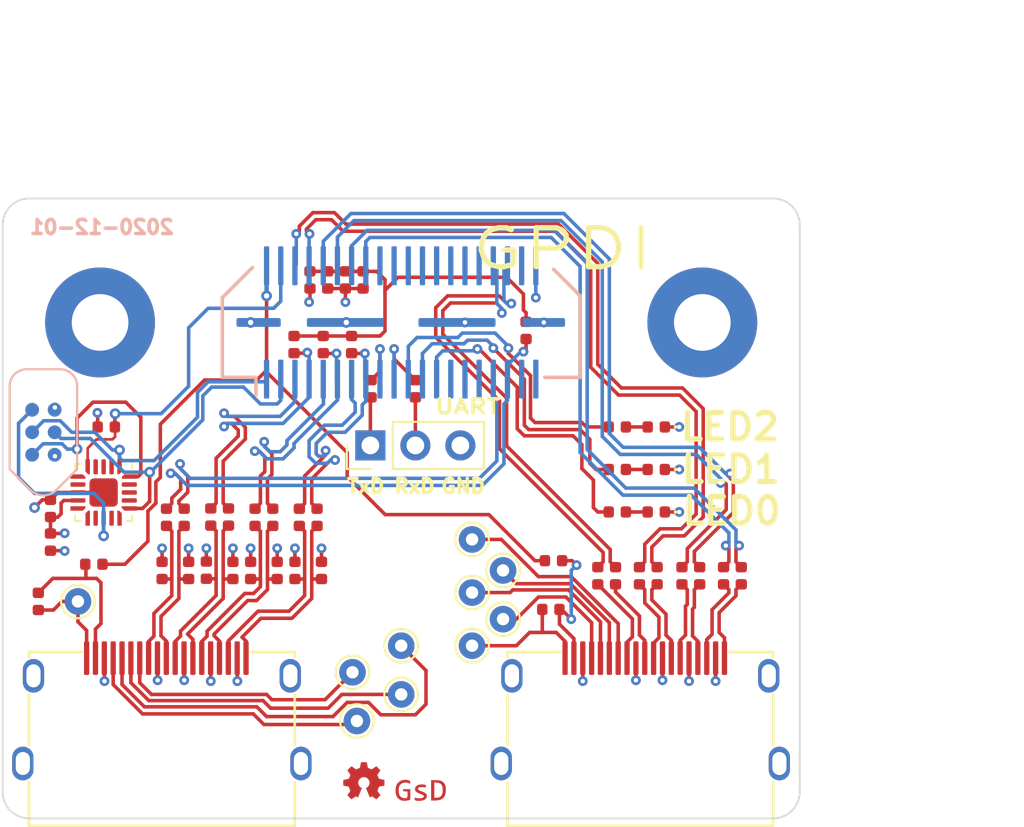
<source format=kicad_pcb>
(kicad_pcb (version 20221018) (generator pcbnew)
  (title_block (title "CAN Breakout") (date "2020-05-26") (rev "r1.0") (comment 1 "SYZYGY Pod"))
  (layers (0 "F.Cu" signal) (1 "In1.Cu" power) (2 "In2.Cu" signal) (31 "B.Cu" signal) (34 "B.Paste" user) (35 "F.Paste" user) (36 "B.SilkS" user "B.Silkscreen") (37 "F.SilkS" user "F.Silkscreen") (38 "B.Mask" user) (39 "F.Mask" user) (44 "Edge.Cuts" user))
  (net 0 "")
  (net 1 "GND")
  (net 2 "+3V3")
  (net 3 "/Peripheral MCU/MISO")
  (net 4 "/Peripheral MCU/~{RESET}")
  (net 5 "/SCL")
  (net 6 "/SDA")
  (net 7 "/RGA")
  (net 8 "/gpdi-0/_D2_N")
  (net 9 "Net-(D2-Pad2)")
  (net 10 "Net-(D3-Pad2)")
  (net 11 "/LED0")
  (net 12 "/LED1")
  (net 13 "/LED2")
  (net 14 "/GPDI0.D2_N")
  (net 15 "+5V")
  (net 16 "/gpdi-0/_D1_N")
  (net 17 "/GPDI0.D1_N")
  (net 18 "/gpdi-0/_D0_N")
  (net 19 "/GPDI0.D0_N")
  (net 20 "/gpdi-0/_CK_N")
  (net 21 "/GPDI0.CK_N")
  (net 22 "/gpdi-0/_D2_P")
  (net 23 "/TxD")
  (net 24 "/RxD")
  (net 25 "Net-(J4-Pad2)")
  (net 26 "Net-(J4-Pad1)")
  (net 27 "/GPDI0.D2_P")
  (net 28 "/gpdi-0/_D1_P")
  (net 29 "/GPDI0.D1_P")
  (net 30 "/gpdi-0/_D0_P")
  (net 31 "/GPDI0.D0_P")
  (net 32 "/gpdi-0/_CK_P")
  (net 33 "/GPDI0.CK_P")
  (net 34 "Net-(C11-Pad1)")
  (net 35 "/gpdi-1/_D2_N")
  (net 36 "/GPDI1.D2_N")
  (net 37 "/gpdi-1/_D1_N")
  (net 38 "/GPDI1.D1_N")
  (net 39 "/gpdi-1/_D0_N")
  (net 40 "/GPDI1.D0_N")
  (net 41 "/gpdi-1/_CK_N")
  (net 42 "/GPDI1.CK_N")
  (net 43 "/gpdi-1/_D2_P")
  (net 44 "/GPDI1.D2_P")
  (net 45 "/gpdi-1/_D1_P")
  (net 46 "/GPDI1.D1_P")
  (net 47 "/gpdi-1/_D0_P")
  (net 48 "/GPDI1.D0_P")
  (net 49 "/gpdi-1/_CK_P")
  (net 50 "/GPDI1.CK_P")
  (net 51 "Net-(D4-Pad2)")
  (net 52 "Net-(J2-Pad19)")
  (net 53 "Net-(J5-Pad19)")
  (net 54 "Net-(J2-Pad13)")
  (net 55 "Net-(J2-Pad15)")
  (net 56 "Net-(J2-Pad16)")
  (net 57 "Net-(J2-Pad14)")
  (net 58 "Net-(J5-Pad13)")
  (net 59 "Net-(J5-Pad15)")
  (net 60 "Net-(J5-Pad16)")
  (net 61 "Net-(J5-Pad14)")
  (net 88 "/VCCIO")
  (net 89 "Net-(J2-Pad18)")
  (net 90 "Net-(J5-Pad18)")
  (footprint "Package_DFN_QFN:QFN-20-1EP_3x3mm_P0.45mm_EP1.6x1.6mm" (layer "F.Cu") (at 113.2 97.8 -90)
    (fp_text reference "U2" hide)
    (fp_text value "ATtiny44A-MMH" hide)
  )
  (footprint "Resistor_SMD:R_0402_1005Metric" (layer "F.Cu") (at 113.35 94.1)
    (fp_text reference "R15" hide)
    (fp_text value "10K" hide)
  )
  (footprint "Capacitor_SMD:C_0402_1005Metric" (layer "F.Cu") (at 110.2 98.7 90)
    (fp_text reference "C9" hide)
    (fp_text value "0.1uF" hide)
  )
  (footprint "Capacitor_SMD:C_0402_1005Metric" (layer "F.Cu") (at 110.2 100.6 -90)
    (fp_text reference "C10" hide)
    (fp_text value "1uF" hide)
  )
  (footprint "Resistor_SMD:R_0402_1005Metric" (layer "F.Cu") (at 142.2 98.9)
    (fp_text reference "R6" hide)
    (fp_text value "1k" hide)
  )
  (footprint "Capacitor_SMD:C_0402_1005Metric" (layer "F.Cu") (at 146.85 102.5 -90)
    (fp_text reference "C6" hide)
    (fp_text value "0.1uF" hide)
  )
  (footprint "Capacitor_SMD:C_0402_1005Metric" (layer "F.Cu") (at 142.1 102.5 -90)
    (fp_text reference "C8" hide)
    (fp_text value "0.1uF" hide)
  )
  (footprint "Resistor_SMD:R_0402_1005Metric" (layer "F.Cu") (at 123.95 89.45 -90)
    (fp_text reference "R7" hide)
    (fp_text value "47k" hide)
  )
  (footprint "Capacitor_SMD:C_0402_1005Metric" (layer "F.Cu") (at 125.25 99.2 -90)
    (fp_text reference "C17" hide)
    (fp_text value "0.1uF" hide)
  )
  (footprint "Capacitor_SMD:C_0402_1005Metric" (layer "F.Cu") (at 116.75 99.2 -90)
    (fp_text reference "C16" hide)
    (fp_text value "0.1uF" hide)
  )
  (footprint "Resistor_SMD:R_0402_1005Metric" (layer "F.Cu") (at 121.5 102.2 -90)
    (fp_text reference "R19" hide)
    (fp_text value "50R" hide)
  )
  (footprint "TestPoint:TestPoint_THTPad_D1.5mm_Drill0.7mm" (layer "F.Cu") (at 135.75 102.2)
    (fp_text reference "TP5" hide)
    (fp_text value "TestPoint" hide)
  )
  (footprint "LED_SMD:LED_0402_1005Metric" (layer "F.Cu") (at 144.4 96.5 180)
    (fp_text reference "D3" hide)
    (fp_text value "LED_ALT" hide)
  )
  (footprint "Resistor_SMD:R_0402_1005Metric" (layer "F.Cu") (at 142.2 96.5)
    (fp_text reference "R11" hide)
    (fp_text value "1k" hide)
  )
  (footprint "TestPoint:TestPoint_THTPad_D1.5mm_Drill0.7mm" (layer "F.Cu") (at 134 100.45)
    (fp_text reference "TP2" hide)
    (fp_text value "TestPoint" hide)
  )
  (footprint "Resistor_SMD:R_0402_1005Metric" (layer "F.Cu") (at 125.5 102.2 -90)
    (fp_text reference "R22" hide)
    (fp_text value "50R" hide)
  )
  (footprint "gsd-footprints:HDMI-10029449-111RLF" (layer "F.Cu") (at 116.49 108.1)
    (fp_text reference "J5" hide)
    (fp_text value "GPDI_A_1.4" hide)
  )
  (footprint "Capacitor_SMD:C_0402_1005Metric" (layer "F.Cu") (at 117.75 99.2 -90)
    (fp_text reference "C20" hide)
    (fp_text value "0.1uF" hide)
  )
  (footprint "Resistor_SMD:R_0402_1005Metric" (layer "F.Cu") (at 137.05 88.65 -90)
    (fp_text reference "R8" hide)
    (fp_text value "47k" hide)
  )
  (footprint "Resistor_SMD:R_0402_1005Metric" (layer "F.Cu") (at 138.45 104.4 180)
    (fp_text reference "R1" hide)
    (fp_text value "1k" hide)
  )
  (footprint "Resistor_SMD:R_0402_1005Metric" (layer "F.Cu") (at 119 102.185 -90)
    (fp_text reference "R14" hide)
    (fp_text value "50R" hide)
  )
  (footprint "Capacitor_SMD:C_0402_1005Metric" (layer "F.Cu") (at 149.2 102.5 -90)
    (fp_text reference "C5" hide)
    (fp_text value "0.1uF" hide)
  )
  (footprint "TestPoint:TestPoint_THTPad_D1.5mm_Drill0.7mm" (layer "F.Cu") (at 127.25 107.95)
    (fp_text reference "TP7" hide)
    (fp_text value "TestPoint" hide)
  )
  (footprint "Resistor_SMD:R_0402_1005Metric" (layer "F.Cu") (at 125.85 85.8 -90)
    (fp_text reference "R3" hide)
    (fp_text value "1k" hide)
  )
  (footprint "Resistor_SMD:R_0402_1005Metric" (layer "F.Cu") (at 124.85 85.8 90)
    (fp_text reference "R2" hide)
    (fp_text value "2k" hide)
  )
  (footprint "gkl_logos:gsd_logo_small" (layer "F.Cu") (at 131.1 114.7)
    (fp_text reference "G***" hide)
    (fp_text value "LOGO" hide)
  )
  (footprint "LED_SMD:LED_0402_1005Metric" (layer "F.Cu") (at 144.4 98.9 180)
    (fp_text reference "D2" hide)
    (fp_text value "LED_ALT" hide)
  )
  (footprint "Resistor_SMD:R_0402_1005Metric" (layer "F.Cu") (at 130.8 91.942499 90)
    (fp_text reference "R17" hide)
    (fp_text value "1k" hide)
  )
  (footprint "TestPoint:TestPoint_THTPad_D1.5mm_Drill0.7mm" (layer "F.Cu") (at 134 103.45)
    (fp_text reference "TP3" hide)
    (fp_text value "TestPoint" hide)
  )
  (footprint "Capacitor_SMD:C_0402_1005Metric" (layer "F.Cu") (at 122.75 99.2 -90)
    (fp_text reference "C18" hide)
    (fp_text value "0.1uF" hide)
  )
  (footprint "Resistor_SMD:R_0402_1005Metric" (layer "F.Cu") (at 116.5 102.2 -90)
    (fp_text reference "R10" hide)
    (fp_text value "50R" hide)
  )
  (footprint "Connector_PinHeader_2.54mm:PinHeader_1x03_P2.54mm_Vertical" (layer "F.Cu") (at 128.26 95.142499 90)
    (fp_text reference "J4" hide)
    (fp_text value "Conn_01x03_Male" hide)
  )
  (footprint "TestPoint:TestPoint_THTPad_D1.5mm_Drill0.7mm" (layer "F.Cu") (at 135.75 104.95)
    (fp_text reference "TP4" hide)
    (fp_text value "TestPoint" hide)
  )
  (footprint "Resistor_SMD:R_0402_1005Metric" (layer "F.Cu") (at 112.65 101.85 180)
    (fp_text reference "R24" hide)
    (fp_text value "DNP" hide)
  )
  (footprint "Resistor_SMD:R_0402_1005Metric" (layer "F.Cu") (at 123 102.2 -90)
    (fp_text reference "R20" hide)
    (fp_text value "50R" hide)
  )
  (footprint "TestPoint:TestPoint_THTPad_D1.5mm_Drill0.7mm" (layer "F.Cu") (at 127.5 110.7)
    (fp_text reference "TP9" hide)
    (fp_text value "TestPoint" hide)
  )
  (footprint "Capacitor_SMD:C_0402_1005Metric" (layer "F.Cu") (at 127.85 85.8 -90)
    (fp_text reference "C11" hide)
    (fp_text value "0.1uF" hide)
  )
  (footprint "TestPoint:TestPoint_THTPad_D1.5mm_Drill0.7mm" (layer "F.Cu") (at 111.75 103.95)
    (fp_text reference "TP6" hide)
    (fp_text value "TestPoint" hide)
  )
  (footprint "Resistor_SMD:R_0402_1005Metric" (layer "F.Cu") (at 118 102.2 -90)
    (fp_text reference "R13" hide)
    (fp_text value "50R" hide)
  )
  (footprint "Capacitor_SMD:C_0402_1005Metric" (layer "F.Cu") (at 145.85 102.5 -90)
    (fp_text reference "C2" hide)
    (fp_text value "0.1uF" hide)
  )
  (footprint "TestPoint:TestPoint_THTPad_D1.5mm_Drill0.7mm" (layer "F.Cu") (at 130 109.2)
    (fp_text reference "TP10" hide)
    (fp_text value "TestPoint" hide)
  )
  (footprint "Capacitor_SMD:C_0402_1005Metric" (layer "F.Cu") (at 121.75 99.2 -90)
    (fp_text reference "C14" hide)
    (fp_text value "0.1uF" hide)
  )
  (footprint "Resistor_SMD:R_0402_1005Metric" (layer "F.Cu") (at 127.2 89.45 -90)
    (fp_text reference "R4" hide)
    (fp_text value "47k" hide)
  )
  (footprint "LED_SMD:LED_0402_1005Metric" (layer "F.Cu") (at 144.4 94.1 180)
    (fp_text reference "D4" hide)
    (fp_text value "LED_ALT" hide)
  )
  (footprint "Capacitor_SMD:C_0402_1005Metric" (layer "F.Cu") (at 144.45 102.5 -90)
    (fp_text reference "C7" hide)
    (fp_text value "0.1uF" hide)
  )
  (footprint "Resistor_SMD:R_0402_1005Metric" (layer "F.Cu") (at 124 102.2 -90)
    (fp_text reference "R21" hide)
    (fp_text value "50R" hide)
  )
  (footprint "Capacitor_SMD:C_0402_1005Metric" (layer "F.Cu") (at 119.25 99.185 -90)
    (fp_text reference "C15" hide)
    (fp_text value "0.1uF" hide)
  )
  (footprint "Resistor_SMD:R_0402_1005Metric" (layer "F.Cu") (at 128.3 91.942499 90)
    (fp_text reference "R16" hide)
    (fp_text value "1k" hide)
  )
  (footprint "Resistor_SMD:R_0402_1005Metric" (layer "F.Cu") (at 125.6 89.45 -90)
    (fp_text reference "R5" hide)
    (fp_text value "47k" hide)
  )
  (footprint "Capacitor_SMD:C_0402_1005Metric" (layer "F.Cu") (at 124.25 99.2 -90)
    (fp_text reference "C13" hide)
    (fp_text value "0.1uF" hide)
  )
  (footprint "Resistor_SMD:R_0402_1005Metric" (layer "F.Cu") (at 142.2 94.1)
    (fp_text reference "R12" hide)
    (fp_text value "1k" hide)
  )
  (footprint "Capacitor_SMD:C_0402_1005Metric" (layer "F.Cu") (at 120.25 99.185 -90)
    (fp_text reference "C19" hide)
    (fp_text value "0.1uF" hide)
  )
  (footprint "TestPoint:TestPoint_THTPad_D1.5mm_Drill0.7mm" (layer "F.Cu") (at 134 106.45)
    (fp_text reference "TP1" hide)
    (fp_text value "TestPoint" hide)
  )
  (footprint "TestPoint:TestPoint_THTPad_D1.5mm_Drill0.7mm" (layer "F.Cu") (at 130 106.45)
    (fp_text reference "TP8" hide)
    (fp_text value "TestPoint" hide)
  )
  (footprint "gsd-footprints:HDMI-10029449-111RLF" (layer "F.Cu") (at 143.5 108.1)
    (fp_text reference "J2" hide)
    (fp_text value "GPDI_A_1.4" hide)
  )
  (footprint "Capacitor_SMD:C_0402_1005Metric" (layer "F.Cu") (at 143.45 102.5 -90)
    (fp_text reference "C3" hide)
    (fp_text value "0.1uF" hide)
  )
  (footprint "Resistor_SMD:R_0402_1005Metric" (layer "F.Cu") (at 138.6 101.65)
    (fp_text reference "R23" hide)
    (fp_text value "0R" hide)
  )
  (footprint "Capacitor_SMD:C_0402_1005Metric" (layer "F.Cu") (at 141.1 102.5 -90)
    (fp_text reference "C4" hide)
    (fp_text value "0.1uF" hide)
  )
  (footprint "Capacitor_SMD:C_0402_1005Metric" (layer "F.Cu") (at 148.2 102.5 -90)
    (fp_text reference "C1" hide)
    (fp_text value "0.1uF" hide)
  )
  (footprint "Capacitor_SMD:C_0402_1005Metric" (layer "F.Cu") (at 126.85 85.8 -90)
    (fp_text reference "C12" hide)
    (fp_text value "4.7uF" hide)
  )
  (footprint "gkl_logos:oshw_small" (layer "F.Cu") (at 127.9 114.1)
    (fp_text reference "G***" hide)
    (fp_text value "LOGO" hide)
  )
  (footprint "Resistor_SMD:R_0402_1005Metric" (layer "F.Cu") (at 120.5 102.2 -90)
    (fp_text reference "R18" hide)
    (fp_text value "50R" hide)
  )
  (footprint "Resistor_SMD:R_0402_1005Metric" (layer "F.Cu") (at 109.515 103.95 -90)
    (fp_text reference "R9" hide)
    (fp_text value "1k" hide)
  )
  (footprint "gsd-footprints:SYZYGY-STD-POD" (layer "B.Cu") (at 130 88.2 180)
    (fp_text reference "J1" hide)
    (fp_text value "SYZYGY-STD" hide)
  )
  (footprint "pkl_tag_connect:TC2030-NL_SMALL" (layer "B.Cu") (at 109.8 94.4 90)
    (fp_text reference "J3" hide)
    (fp_text value "TagConnect" hide)
  )
  (gr_line (start 151 116.2) (end 109 116.2) (stroke (width 0.1)) (layer "Edge.Cuts"))
  (gr_line (start 109 81.2) (end 151 81.2) (stroke (width 0.1)) (layer "Edge.Cuts"))
  (gr_line (start 107.5 114.7) (end 107.5 82.7) (stroke (width 0.1)) (layer "Edge.Cuts"))
  (gr_arc (start 107.5 82.7) (mid 107.93934 81.63934) (end 109 81.2) (stroke (width 0.1)) (layer "Edge.Cuts"))
  (gr_arc (start 109 116.2) (mid 107.93934 115.76066) (end 107.5 114.7) (stroke (width 0.1)) (layer "Edge.Cuts"))
  (gr_line (start 152.5 82.7) (end 152.5 114.7) (stroke (width 0.1)) (layer "Edge.Cuts"))
  (gr_arc (start 151 81.2) (mid 152.06066 81.63934) (end 152.5 82.7) (stroke (width 0.1)) (layer "Edge.Cuts"))
  (gr_arc (start 152.5 114.7) (mid 152.06066 115.76066) (end 151 116.2) (stroke (width 0.1)) (layer "Edge.Cuts"))
  (gr_text "2020-12-01" (at 113.1 82.818) (layer "B.SilkS") (effects (font (size 0.8 0.8) (thickness 0.2)) (justify mirror)))
  (gr_text "UART" (at 133.75 92.95) (layer "F.SilkS") (effects (font (size 0.8 1) (thickness 0.2))))
  (gr_text "LED1" (at 148.6 96.5) (layer "F.SilkS") (effects (font (size 1.5 1.5) (thickness 0.3))))
  (gr_text "TxD" (at 128 97.45) (layer "F.SilkS") (effects (font (size 0.8 0.8) (thickness 0.2))))
  (gr_text "GND" (at 133.5 97.45) (layer "F.SilkS") (effects (font (size 0.8 0.8) (thickness 0.2))))
  (gr_text "LED0" (at 148.65 98.85) (layer "F.SilkS") (effects (font (size 1.5 1.5) (thickness 0.3))))
  (gr_text "RxD\n" (at 130.75 97.45) (layer "F.SilkS") (effects (font (size 0.8 0.8) (thickness 0.2))))
  (gr_text "GPDI" (at 139.1 84.05) (layer "F.SilkS") (effects (font (size 2.2 2.959) (thickness 0.3))))
  (gr_text "LED2" (at 148.55 94.1) (layer "F.SilkS") (effects (font (size 1.5 1.5) (thickness 0.3))))
  (segment (start 116.24 107.1) (end 116.25 107.11) (width 0.2) (layer "F.Cu") (net 1))
  (segment (start 144.74 107.1) (end 144.75 107.11) (width 0.2) (layer "F.Cu") (net 1))
  (segment (start 120.75 107.16) (end 120.75 108.45) (width 0.2) (layer "F.Cu") (net 1))
  (segment (start 119.24 107.15) (end 119.25 107.16) (width 0.2) (layer "F.Cu") (net 1))
  (segment (start 119.25 107.16) (end 119.25 108.45) (width 0.2) (layer "F.Cu") (net 1))
  (segment (start 110.2 101.085) (end 110.985 101.085) (width 0.2) (layer "F.Cu") (net 1))
  (segment (start 127.85 86.285) (end 126.85 86.285) (width 0.2) (layer "F.Cu") (net 1))
  (segment (start 144.885 98.9) (end 145.7 98.9) (width 0.2) (layer "F.Cu") (net 1))
  (segment (start 111.75 97.8) (end 110.615 97.8) (width 0.2) (layer "F.Cu") (net 1))
  (segment (start 144.885 96.5) (end 145.7 96.5) (width 0.2) (layer "F.Cu") (net 1))
  (segment (start 110.985 101.085) (end 111 101.1) (width 0.2) (layer "F.Cu") (net 1))
  (segment (start 117.74 107.1) (end 117.75 107.11) (width 0.2) (layer "F.Cu") (net 1))
  (segment (start 140.24 107.15) (end 140.25 107.16) (width 0.2) (layer "F.Cu") (net 1))
  (segment (start 113.24 107.15) (end 113.25 107.16) (width 0.2) (layer "F.Cu") (net 1))
  (segment (start 109.735 98.215) (end 109.3 98.65) (width 0.2) (layer "F.Cu") (net 1))
  (segment (start 144.75 107.11) (end 144.75 108.4) (width 0.2) (layer "F.Cu") (net 1))
  (segment (start 143.24 107.1) (end 143.25 107.11) (width 0.2) (layer "F.Cu") (net 1))
  (segment (start 120.74 107.15) (end 120.75 107.16) (width 0.2) (layer "F.Cu") (net 1))
  (segment (start 147.75 107.16) (end 147.75 108.45) (width 0.2) (layer "F.Cu") (net 1))
  (segment (start 146.24 107.15) (end 146.25 107.16) (width 0.2) (layer "F.Cu") (net 1))
  (segment (start 146.25 107.16) (end 146.25 108.45) (width 0.2) (layer "F.Cu") (net 1))
  (segment (start 126.85 86.285) (end 126.85 87.05) (width 0.2) (layer "F.Cu") (net 1))
  (segment (start 144.885 94.1) (end 145.7 94.1) (width 0.2) (layer "F.Cu") (net 1))
  (segment (start 143.25 107.11) (end 143.25 108.4) (width 0.2) (layer "F.Cu") (net 1))
  (segment (start 110.2 98.215) (end 109.735 98.215) (width 0.2) (layer "F.Cu") (net 1))
  (segment (start 113.25 107.16) (end 113.25 108.45) (width 0.2) (layer "F.Cu") (net 1))
  (segment (start 110.615 97.8) (end 110.2 98.215) (width 0.2) (layer "F.Cu") (net 1))
  (segment (start 116.25 107.11) (end 116.25 108.4) (width 0.2) (layer "F.Cu") (net 1))
  (segment (start 117.75 107.11) (end 117.75 108.4) (width 0.2) (layer "F.Cu") (net 1))
  (segment (start 140.25 107.16) (end 140.25 108.45) (width 0.2) (layer "F.Cu") (net 1))
  (segment (start 125.85 86.285) (end 126.85 86.285) (width 0.2) (layer "F.Cu") (net 1))
  (segment (start 147.74 107.15) (end 147.75 107.16) (width 0.2) (layer "F.Cu") (net 1))
  (segment (start 113.2 97.8) (end 111.75 97.8) (width 0.2) (layer "F.Cu") (net 1))
  (via (at 109.3 98.65) (size 0.6) (drill 0.3) (layers "F.Cu" "B.Cu") (net 1))
  (via (at 117.75 108.4) (size 0.55) (drill 0.25) (layers "F.Cu" "B.Cu") (net 1))
  (via (at 119.25 108.45) (size 0.55) (drill 0.25) (layers "F.Cu" "B.Cu") (net 1))
  (via (at 111 101.1) (size 0.55) (drill 0.25) (layers "F.Cu" "B.Cu") (net 1))
  (via (at 116.25 108.4) (size 0.55) (drill 0.25) (layers "F.Cu" "B.Cu") (net 1))
  (via (at 145.7 96.5) (size 0.55) (drill 0.25) (layers "F.Cu" "B.Cu") (net 1))
  (via (at 110.45 93) (size 0.55) (drill 0.25) (layers "F.Cu" "B.Cu") (net 1))
  (via (at 113.25 108.45) (size 0.55) (drill 0.25) (layers "F.Cu" "B.Cu") (net 1))
  (via (at 146.25 108.45) (size 0.55) (drill 0.25) (layers "F.Cu" "B.Cu") (net 1))
  (via (at 140.25 108.45) (size 0.55) (drill 0.25) (layers "F.Cu" "B.Cu") (net 1))
  (via (at 147.75 108.45) (size 0.55) (drill 0.25) (layers "F.Cu" "B.Cu") (net 1))
  (via (at 145.7 98.9) (size 0.55) (drill 0.25) (layers "F.Cu" "B.Cu") (net 1))
  (via (at 133.6 88.2) (size 0.55) (drill 0.25) (layers "F.Cu" "B.Cu") (net 1))
  (via (at 143.25 108.4) (size 0.55) (drill 0.25) (layers "F.Cu" "B.Cu") (net 1))
  (via (at 126.85 87.05) (size 0.55) (drill 0.25) (layers "F.Cu" "B.Cu") (net 1))
  (via (at 121.5 88.2) (size 0.6) (drill 0.3) (layers "F.Cu" "B.Cu") (net 1))
  (via (at 144.75 108.4) (size 0.55) (drill 0.25) (layers "F.Cu" "B.Cu") (net 1))
  (via (at 138.05 88.2) (size 0.55) (drill 0.25) (layers "F.Cu" "B.Cu") (net 1))
  (via (at 126.9 88.2) (size 0.6) (drill 0.3) (layers "F.Cu" "B.Cu") (net 1))
  (via (at 120.75 108.45) (size 0.55) (drill 0.25) (layers "F.Cu" "B.Cu") (net 1))
  (via (at 145.7 94.1) (size 0.55) (drill 0.25) (layers "F.Cu" "B.Cu") (net 1))
  (segment (start 110.435 93.015) (end 110.45 93) (width 0.2) (layer "B.Cu") (net 1))
  (segment (start 110.435 93.13) (end 110.435 93.015) (width 0.2) (layer "B.Cu") (net 1))
  (segment (start 121.95 88.2) (end 121.5 88.2) (width 0.25) (layer "B.Cu") (net 1))
  (segment (start 123 101.715) (end 123 100.95) (width 0.2) (layer "F.Cu") (net 2))
  (segment (start 111.75 98.25) (end 110.95 98.25) (width 0.2) (layer "F.Cu") (net 2))
  (segment (start 116.5 101.715) (end 116.5 100.95) (width 0.2) (layer "F.Cu") (net 2))
  (segment (start 112.865 93.315) (end 112.85 93.3) (width 0.2) (layer "F.Cu") (net 2))
  (segment (start 110.2 100.115) (end 110.985 100.115) (width 0.2) (layer "F.Cu") (net 2))
  (segment (start 121.5 101.715) (end 121.5 100.95) (width 0.2) (layer "F.Cu") (net 2))
  (segment (start 110.95 98.25) (end 110.8 98.4) (width 0.2) (layer "F.Cu") (net 2))
  (segment (start 110.6 99.2) (end 110.2 99.2) (width 0.2) (layer "F.Cu") (net 2))
  (segment (start 110.8 99) (end 110.6 99.2) (width 0.2) (layer "F.Cu") (net 2))
  (segment (start 118 101.715) (end 118 100.95) (width 0.2) (layer "F.Cu") (net 2))
  (segment (start 110.2 100.1) (end 110.2 99.2) (width 0.2) (layer "F.Cu") (net 2))
  (segment (start 125.5 101.715) (end 125.5 100.95) (width 0.2) (layer "F.Cu") (net 2))
  (segment (start 112.865 94.1) (end 112.865 93.315) (width 0.2) (layer "F.Cu") (net 2))
  (segment (start 124.85 86.285) (end 124.85 87) (width 0.2) (layer "F.Cu") (net 2))
  (segment (start 110.8 98.4) (end 110.8 99) (width 0.2) (layer "F.Cu") (net 2))
  (segment (start 110.985 100.115) (end 111 100.1) (width 0.2) (layer "F.Cu") (net 2))
  (segment (start 120.5 101.715) (end 120.5 100.95) (width 0.2) (layer "F.Cu") (net 2))
  (segment (start 124 101.715) (end 124 100.95) (width 0.2) (layer "F.Cu") (net 2))
  (segment (start 119 101.715) (end 119 100.95) (width 0.2) (layer "F.Cu") (net 2))
  (segment (start 124.85 87) (end 124.8 87.05) (width 0.2) (layer "F.Cu") (net 2))
  (via (at 121.5 100.95) (size 0.55) (drill 0.25) (layers "F.Cu" "B.Cu") (net 2))
  (via (at 125.5 100.95) (size 0.55) (drill 0.25) (layers "F.Cu" "B.Cu") (net 2))
  (via (at 137.6 86.8) (size 0.55) (drill 0.25) (layers "F.Cu" "B.Cu") (net 2))
  (via (at 120.5 100.95) (size 0.55) (drill 0.25) (layers "F.Cu" "B.Cu") (net 2))
  (via (at 119 100.95) (size 0.55) (drill 0.25) (layers "F.Cu" "B.Cu") (net 2))
  (via (at 124.8 87.05) (size 0.55) (drill 0.25) (layers "F.Cu" "B.Cu") (net 2))
  (via (at 111 100.1) (size 0.55) (drill 0.25) (layers "F.Cu" "B.Cu") (net 2))
  (via (at 112.85 93.3) (size 0.55) (drill 0.25) (layers "F.Cu" "B.Cu") (net 2))
  (via (at 124 100.95) (size 0.55) (drill 0.25) (layers "F.Cu" "B.Cu") (net 2))
  (via (at 118 100.95) (size 0.55) (drill 0.25) (layers "F.Cu" "B.Cu") (net 2))
  (via (at 110.45 95.75) (size 0.55) (drill 0.25) (layers "F.Cu" "B.Cu") (net 2))
  (via (at 116.5 100.95) (size 0.55) (drill 0.25) (layers "F.Cu" "B.Cu") (net 2))
  (via (at 123 100.95) (size 0.55) (drill 0.25) (layers "F.Cu" "B.Cu") (net 2))
  (segment (start 110.435 95.735) (end 110.45 95.75) (width 0.2) (layer "B.Cu") (net 2))
  (segment (start 137.6 85) (end 137.6 86.8) (width 0.2) (layer "B.Cu") (net 2))
  (segment (start 110.435 95.67) (end 110.435 95.735) (width 0.2) (layer "B.Cu") (net 2))
  (segment (start 112.6 92.7) (end 111.7 93.6) (width 0.2) (layer "F.Cu") (net 3))
  (segment (start 115.3 93.55) (end 114.45 92.7) (width 0.2) (layer "F.Cu") (net 3))
  (segment (start 111.7 93.6) (end 111.7 95.35) (width 0.2) (layer "F.Cu") (net 3))
  (segment (start 115.3 96.75) (end 115.3 93.55) (width 0.2) (layer "F.Cu") (net 3))
  (segment (start 115.15 96.9) (end 115.3 96.75) (width 0.2) (layer "F.Cu") (net 3))
  (segment (start 114.65 96.9) (end 115.15 96.9) (width 0.2) (layer "F.Cu") (net 3))
  (segment (start 114.45 92.7) (end 112.6 92.7) (width 0.2) (layer "F.Cu") (net 3))
  (via (at 111.7 95.35) (size 0.6) (drill 0.3) (layers "F.Cu" "B.Cu") (net 3))
  (segment (start 111.15 95.35) (end 110.85 95.05) (width 0.2) (layer "B.Cu") (net 3))
  (segment (start 111.7 95.35) (end 111.15 95.35) (width 0.2) (layer "B.Cu") (net 3))
  (segment (start 109.785 95.05) (end 109.165 95.67) (width 0.2) (layer "B.Cu") (net 3))
  (segment (start 110.85 95.05) (end 109.785 95.05) (width 0.2) (layer "B.Cu") (net 3))
  (segment (start 113.2 100.25) (end 113.2 99.25) (width 0.2) (layer "F.Cu") (net 4))
  (via (at 113.2 100.25) (size 0.6) (drill 0.3) (layers "F.Cu" "B.Cu") (net 4))
  (segment (start 108.4 93.895) (end 108.4 96.95) (width 0.2) (layer "B.Cu") (net 4))
  (segment (start 112.65 97.85) (end 113.2 98.4) (width 0.2) (layer "B.Cu") (net 4))
  (segment (start 108.4 96.95) (end 109.3 97.85) (width 0.2) (layer "B.Cu") (net 4))
  (segment (start 113.2 98.4) (end 113.2 100.25) (width 0.2) (layer "B.Cu") (net 4))
  (segment (start 109.165 93.13) (end 108.4 93.895) (width 0.2) (layer "B.Cu") (net 4))
  (segment (start 109.3 97.85) (end 112.65 97.85) (width 0.2) (layer "B.Cu") (net 4))
  (segment (start 114.1 95.4) (end 114.1 96.35) (width 0.2) (layer "F.Cu") (net 5))
  (via (at 114.1 95.4) (size 0.6) (drill 0.3) (layers "F.Cu" "B.Cu") (net 5))
  (segment (start 116.05 96) (end 118.5 93.55) (width 0.2) (layer "B.Cu") (net 5))
  (segment (start 122.25 91.55) (end 122.4 91.4) (width 0.2) (layer "B.Cu") (net 5))
  (segment (start 114.25 96) (end 114.1 95.85) (width 0.2) (layer "B.Cu") (net 5))
  (segment (start 114.1 95.85) (end 114.1 95.4) (width 0.2) (layer "B.Cu") (net 5))
  (segment (start 118.5 92.15) (end 119.1 91.55) (width 0.2) (layer "B.Cu") (net 5))
  (segment (start 112.7 94.4) (end 113.7 95.4) (width 0.2) (layer "B.Cu") (net 5))
  (segment (start 119.1 91.55) (end 122.25 91.55) (width 0.2) (layer "B.Cu") (net 5))
  (segment (start 110.75 93.75) (end 111.4 94.4) (width 0.2) (layer "B.Cu") (net 5))
  (segment (start 114.25 96) (end 116.05 96) (width 0.2) (layer "B.Cu") (net 5))
  (segment (start 109.815 93.75) (end 110.75 93.75) (width 0.2) (layer "B.Cu") (net 5))
  (segment (start 111.4 94.4) (end 112.7 94.4) (width 0.2) (layer "B.Cu") (net 5))
  (segment (start 118.5 93.55) (end 118.5 92.15) (width 0.2) (layer "B.Cu") (net 5))
  (segment (start 109.165 94.4) (end 109.815 93.75) (width 0.2) (layer "B.Cu") (net 5))
  (segment (start 113.7 95.4) (end 114.1 95.4) (width 0.2) (layer "B.Cu") (net 5))
  (segment (start 115.8 96.65) (end 115.8 98.3) (width 0.2) (layer "F.Cu") (net 6))
  (segment (start 115.8 98.3) (end 115.4 98.7) (width 0.2) (layer "F.Cu") (net 6))
  (segment (start 115.4 98.7) (end 114.65 98.7) (width 0.2) (layer "F.Cu") (net 6))
  (via (at 115.8 96.65) (size 0.6) (drill 0.3) (layers "F.Cu" "B.Cu") (net 6))
  (segment (start 114.35 96.65) (end 112.449989 94.749989) (width 0.2) (layer "B.Cu") (net 6))
  (segment (start 123.2 92.6) (end 123.2 91.4) (width 0.2) (layer "B.Cu") (net 6))
  (segment (start 121.1 91.85) (end 122.05 92.8) (width 0.2) (layer "B.Cu") (net 6))
  (segment (start 119.3 91.85) (end 121.1 91.85) (width 0.2) (layer "B.Cu") (net 6))
  (segment (start 118.8 92.35) (end 119.3 91.85) (width 0.2) (layer "B.Cu") (net 6))
  (segment (start 115.8 96.65) (end 114.35 96.65) (width 0.2) (layer "B.Cu") (net 6))
  (segment (start 123 92.8) (end 123.2 92.6) (width 0.2) (layer "B.Cu") (net 6))
  (segment (start 122.05 92.8) (end 123 92.8) (width 0.2) (layer "B.Cu") (net 6))
  (segment (start 115.85 96.65) (end 118.8 93.7) (width 0.2) (layer "B.Cu") (net 6))
  (segment (start 118.8 93.7) (end 118.8 92.35) (width 0.2) (layer "B.Cu") (net 6))
  (segment (start 110.784989 94.749989) (end 110.435 94.4) (width 0.2) (layer "B.Cu") (net 6))
  (segment (start 112.449989 94.749989) (end 110.784989 94.749989) (width 0.2) (layer "B.Cu") (net 6))
  (segment (start 115.8 96.65) (end 115.85 96.65) (width 0.2) (layer "B.Cu") (net 6))
  (segment (start 113.835 93.365) (end 113.85 93.35) (width 0.2) (layer "F.Cu") (net 7))
  (segment (start 113.7 94.8) (end 113.85 94.65) (width 0.15) (layer "F.Cu") (net 7))
  (segment (start 112.8 94.8) (end 113.7 94.8) (width 0.15) (layer "F.Cu") (net 7))
  (segment (start 113.85 94.65) (end 113.85 94.1) (width 0.15) (layer "F.Cu") (net 7))
  (segment (start 113.835 94.1) (end 113.835 93.365) (width 0.2) (layer "F.Cu") (net 7))
  (segment (start 112.3 96.35) (end 112.3 95.3) (width 0.15) (layer "F.Cu") (net 7))
  (segment (start 112.3 95.3) (end 112.8 94.8) (width 0.15) (layer "F.Cu") (net 7))
  (via (at 113.85 93.35) (size 0.6) (drill 0.3) (layers "F.Cu" "B.Cu") (net 7))
  (segment (start 122.8 87.4) (end 123.2 87) (width 0.2) (layer "B.Cu") (net 7))
  (segment (start 115.7 93.35) (end 116.45 93.35) (width 0.2) (layer "B.Cu") (net 7))
  (segment (start 118 91.8) (end 118 88.5) (width 0.2) (layer "B.Cu") (net 7))
  (segment (start 123.2 87) (end 123.2 85) (width 0.2) (layer "B.Cu") (net 7))
  (segment (start 120 87.4) (end 122.8 87.4) (width 0.2) (layer "B.Cu") (net 7))
  (segment (start 118 88.5) (end 119.1 87.4) (width 0.2) (layer "B.Cu") (net 7))
  (segment (start 119.1 87.4) (end 120 87.4) (width 0.2) (layer "B.Cu") (net 7))
  (segment (start 116.45 93.35) (end 118 91.8) (width 0.2) (layer "B.Cu") (net 7))
  (segment (start 113.85 93.35) (end 115.7 93.35) (width 0.2) (layer "B.Cu") (net 7))
  (segment (start 148.5 103.285) (end 148.2 102.985) (width 0.2) (layer "F.Cu") (net 8))
  (segment (start 148.5 103.467156) (end 148.5 103.285) (width 0.2) (layer "F.Cu") (net 8))
  (segment (start 147.25 106.1) (end 147.55 105.8) (width 0.2) (layer "F.Cu") (net 8))
  (segment (start 147.55 104.417156) (end 148.5 103.467156) (width 0.2) (layer "F.Cu") (net 8))
  (segment (start 147.25 107.15) (end 147.25 106.1) (width 0.2) (layer "F.Cu") (net 8))
  (segment (start 147.55 105.8) (end 147.55 104.417156) (width 0.2) (layer "F.Cu") (net 8))
  (segment (start 142.685 98.9) (end 143.915 98.9) (width 0.2) (layer "F.Cu") (net 9))
  (segment (start 143.915 96.5) (end 142.685 96.5) (width 0.2) (layer "F.Cu") (net 10))
  (segment (start 141.1 98.9) (end 140.85 98.65) (width 0.2) (layer "F.Cu") (net 11))
  (segment (start 140.2 96.45) (end 140.2 95.1) (width 0.2) (layer "F.Cu") (net 11))
  (segment (start 134.4 89.7) (end 134.3 89.7) (width 0.2) (layer "F.Cu") (net 11))
  (segment (start 140.2 95.1) (end 139.7 94.6) (width 0.2) (layer "F.Cu") (net 11))
  (segment (start 139.7 94.6) (end 136.95 94.6) (width 0.2) (layer "F.Cu") (net 11))
  (segment (start 136.55 94.2) (end 136.55 91.85) (width 0.2) (layer "F.Cu") (net 11))
  (segment (start 136.95 94.6) (end 136.55 94.2) (width 0.2) (layer "F.Cu") (net 11))
  (segment (start 141.715 98.9) (end 141.1 98.9) (width 0.2) (layer "F.Cu") (net 11))
  (segment (start 136.55 91.85) (end 134.4 89.7) (width 0.2) (layer "F.Cu") (net 11))
  (segment (start 140.85 98.65) (end 140.85 97.1) (width 0.2) (layer "F.Cu") (net 11))
  (segment (start 140.85 97.1) (end 140.2 96.45) (width 0.2) (layer "F.Cu") (net 11))
  (via (at 134.3 89.7) (size 0.55) (drill 0.25) (layers "F.Cu" "B.Cu") (net 11))
  (segment (start 132 90.15) (end 132.35 89.8) (width 0.2) (layer "B.Cu") (net 11))
  (segment (start 132 91.4) (end 132 90.15) (width 0.2) (layer "B.Cu") (net 11))
  (segment (start 134.3 89.7) (end 134.2 89.8) (width 0.2) (layer "B.Cu") (net 11))
  (segment (start 134.2 89.8) (end 132.35 89.8) (width 0.2) (layer "B.Cu") (net 11))
  (segment (start 140.1 94.25) (end 140.65 94.8) (width 0.2) (layer "F.Cu") (net 12))
  (segment (start 136.95 91.4) (end 136.95 94) (width 0.2) (layer "F.Cu") (net 12))
  (segment (start 140.65 96.15) (end 141 96.5) (width 0.2) (layer "F.Cu") (net 12))
  (segment (start 136.95 94) (end 137.2 94.25) (width 0.2) (layer "F.Cu") (net 12))
  (segment (start 141 96.5) (end 141.715 96.5) (width 0.2) (layer "F.Cu") (net 12))
  (segment (start 140.65 94.8) (end 140.65 96.15) (width 0.2) (layer "F.Cu") (net 12))
  (segment (start 135.2 89.65) (end 136.95 91.4) (width 0.2) (layer "F.Cu") (net 12))
  (segment (start 137.2 94.25) (end 140.1 94.25) (width 0.2) (layer "F.Cu") (net 12))
  (via (at 135.2 89.65) (size 0.55) (drill 0.25) (layers "F.Cu" "B.Cu") (net 12))
  (segment (start 135.2 89.65) (end 135.2 89.55) (width 0.2) (layer "B.Cu") (net 12))
  (segment (start 131.2 89.95) (end 131.75 89.4) (width 0.2) (layer "B.Cu") (net 12))
  (segment (start 131.2 91.4) (end 131.2 89.95) (width 0.2) (layer "B.Cu") (net 12))
  (segment (start 135.2 89.55) (end 134.85 89.2) (width 0.2) (layer "B.Cu") (net 12))
  (segment (start 133.75 89.2) (end 133.55 89.4) (width 0.2) (layer "B.Cu") (net 12))
  (segment (start 133.55 89.4) (end 131.75 89.4) (width 0.2) (layer "B.Cu") (net 12))
  (segment (start 134.85 89.2) (end 133.75 89.2) (width 0.2) (layer "B.Cu") (net 12))
  (segment (start 140.2 93.85) (end 140.45 94.1) (width 0.2) (layer "F.Cu") (net 13))
  (segment (start 137.3 92.95) (end 137.3 93.6) (width 0.2) (layer "F.Cu") (net 13))
  (segment (start 140.45 94.1) (end 140.55 94.1) (width 0.2) (layer "F.Cu") (net 13))
  (segment (start 137.55 93.85) (end 138 93.85) (width 0.2) (layer "F.Cu") (net 13))
  (segment (start 137.3 93.6) (end 137.55 93.85) (width 0.2) (layer "F.Cu") (net 13))
  (segment (start 140.55 94.1) (end 141.715 94.1) (width 0.2) (layer "F.Cu") (net 13))
  (segment (start 136.05 89.95) (end 137.3 91.2) (width 0.2) (layer "F.Cu") (net 13))
  (segment (start 137.3 91.2) (end 137.3 92.95) (width 0.2) (layer "F.Cu") (net 13))
  (segment (start 136.05 89.65) (end 136.05 89.95) (width 0.2) (layer "F.Cu") (net 13))
  (segment (start 138 93.85) (end 140.2 93.85) (width 0.2) (layer "F.Cu") (net 13))
  (via (at 136.05 89.65) (size 0.55) (drill 0.25) (layers "F.Cu" "B.Cu") (net 13))
  (segment (start 132.05 89.05) (end 130.9 89.05) (width 0.2) (layer "B.Cu") (net 13))
  (segment (start 136.05 89.65) (end 136.05 89.55) (width 0.2) (layer "B.Cu") (net 13))
  (segment (start 130.9 89.05) (end 130.4 89.55) (width 0.2) (layer "B.Cu") (net 13))
  (segment (start 130.4 89.55) (end 130.4 91.4) (width 0.2) (layer "B.Cu") (net 13))
  (segment (start 133.2 89.05) (end 132.05 89.05) (width 0.2) (layer "B.Cu") (net 13))
  (segment (start 135.3 88.8) (end 133.45 88.8) (width 0.2) (layer "B.Cu") (net 13))
  (segment (start 136.05 89.55) (end 135.3 88.8) (width 0.2) (layer "B.Cu") (net 13))
  (segment (start 133.45 88.8) (end 133.2 89.05) (width 0.2) (layer "B.Cu") (net 13))
  (segment (start 148.5 101.715) (end 148.5 100.975) (width 0.2) (layer "F.Cu") (net 14))
  (segment (start 148.5 100.975) (end 148.325 100.8) (width 0.2) (layer "F.Cu") (net 14))
  (segment (start 148.2 102.015) (end 148.5 101.715) (width 0.2) (layer "F.Cu") (net 14))
  (via (at 148.325 100.8) (size 0.55) (drill 0.25) (layers "F.Cu" "B.Cu") (net 14))
  (segment (start 148.5 100.625) (end 148.5 100.082844) (width 0.2) (layer "B.Cu") (net 14))
  (segment (start 140.1 95.532844) (end 140.1 85.032844) (width 0.2) (layer "B.Cu") (net 14))
  (segment (start 128 85) (end 128 83.632844) (width 0.2) (layer "B.Cu") (net 14))
  (segment (start 128.232844 83.4) (end 128.016422 83.616422) (width 0.2) (layer "B.Cu") (net 14))
  (segment (start 128 83.632844) (end 128.016422 83.616422) (width 0.2) (layer "B.Cu") (net 14))
  (segment (start 142.517156 97.95) (end 140.1 95.532844) (width 0.2) (layer "B.Cu") (net 14))
  (segment (start 146.367156 97.95) (end 142.517156 97.95) (width 0.2) (layer "B.Cu") (net 14))
  (segment (start 148.325 100.8) (end 148.5 100.625) (width 0.2) (layer "B.Cu") (net 14))
  (segment (start 140.1 85.032844) (end 138.467156 83.4) (width 0.2) (layer "B.Cu") (net 14))
  (segment (start 138.467156 83.4) (end 128.232844 83.4) (width 0.2) (layer "B.Cu") (net 14))
  (segment (start 148.5 100.082844) (end 146.367156 97.95) (width 0.2) (layer "B.Cu") (net 14))
  (segment (start 114.4 101.85) (end 115.7 100.55) (width 0.2) (layer "F.Cu") (net 15))
  (segment (start 115.7 100.55) (end 115.7 98.85) (width 0.2) (layer "F.Cu") (net 15))
  (segment (start 116.15 98.4) (end 116.15 97.2) (width 0.2) (layer "F.Cu") (net 15))
  (segment (start 134.95 99.05) (end 129.1 99.05) (width 0.2) (layer "F.Cu") (net 15))
  (segment (start 138.115 101.65) (end 137.55 101.65) (width 0.2) (layer "F.Cu") (net 15))
  (segment (start 115.7 98.85) (end 116.15 98.4) (width 0.2) (layer "F.Cu") (net 15))
  (segment (start 116.4 96.95) (end 116.4 93.95) (width 0.2) (layer "F.Cu") (net 15))
  (segment (start 126.95 95.55) (end 122.4 91) (width 0.2) (layer "F.Cu") (net 15))
  (segment (start 113.135 101.85) (end 114.4 101.85) (width 0.2) (layer "F.Cu") (net 15))
  (segment (start 137.55 101.65) (end 134.95 99.05) (width 0.2) (layer "F.Cu") (net 15))
  (segment (start 126.95 96.9) (end 126.95 95.55) (width 0.2) (layer "F.Cu") (net 15))
  (segment (start 122.3 91) (end 122.4 91) (width 0.2) (layer "F.Cu") (net 15))
  (segment (start 121.85 91.45) (end 122.3 91) (width 0.2) (layer "F.Cu") (net 15))
  (segment (start 116.15 97.2) (end 116.4 96.95) (width 0.2) (layer "F.Cu") (net 15))
  (segment (start 118.9 91.45) (end 121.85 91.45) (width 0.2) (layer "F.Cu") (net 15))
  (segment (start 129.1 99.05) (end 126.95 96.9) (width 0.2) (layer "F.Cu") (net 15))
  (segment (start 122.4 91) (end 122.4 86.7) (width 0.2) (layer "F.Cu") (net 15))
  (segment (start 116.4 93.95) (end 118.9 91.45) (width 0.2) (layer "F.Cu") (net 15))
  (via (at 122.4 86.7) (size 0.6) (drill 0.3) (layers "F.Cu" "B.Cu") (net 15))
  (segment (start 122.4 86.7) (end 122.4 85) (width 0.25) (layer "B.Cu") (net 15))
  (segment (start 146.05 105.85) (end 146.05 104.217156) (width 0.2) (layer "F.Cu") (net 16))
  (segment (start 146.05 104.217156) (end 146.15 104.117156) (width 0.2) (layer "F.Cu") (net 16))
  (segment (start 146.15 104.117156) (end 146.15 103.285) (width 0.2) (layer "F.Cu") (net 16))
  (segment (start 145.75 106.15) (end 146.05 105.85) (width 0.2) (layer "F.Cu") (net 16))
  (segment (start 145.75 107.15) (end 145.75 106.15) (width 0.2) (layer "F.Cu") (net 16))
  (segment (start 146.15 103.285) (end 145.85 102.985) (width 0.2) (layer "F.Cu") (net 16))
  (segment (start 148.35 97.332843) (end 148.282323 97.265166) (width 0.2) (layer "F.Cu") (net 17))
  (segment (start 148.282323 97.265166) (end 148.034834 97.265166) (width 0.2) (layer "F.Cu") (net 17))
  (segment (start 146.15 100.967156) (end 148.35 98.767156) (width 0.2) (layer "F.Cu") (net 17))
  (segment (start 148.35 98.767156) (end 148.35 97.332843) (width 0.2) (layer "F.Cu") (net 17))
  (segment (start 146.15 101.715) (end 146.15 100.967156) (width 0.2) (layer "F.Cu") (net 17))
  (segment (start 145.85 102.015) (end 146.15 101.715) (width 0.2) (layer "F.Cu") (net 17))
  (via (at 148.034834 97.265166) (size 0.55) (drill 0.25) (layers "F.Cu" "B.Cu") (net 17))
  (segment (start 142.367156 95.65) (end 141.35 94.632844) (width 0.2) (layer "B.Cu") (net 17))
  (segment (start 146.667157 95.65) (end 142.367156 95.65) (width 0.2) (layer "B.Cu") (net 17))
  (segment (start 148.034834 97.017677) (end 146.667157 95.65) (width 0.2) (layer "B.Cu") (net 17))
  (segment (start 141.35 94.632844) (end 141.35 84.782844) (width 0.2) (layer "B.Cu") (net 17))
  (segment (start 141.35 84.782844) (end 139.017156 82.45) (width 0.2) (layer "B.Cu") (net 17))
  (segment (start 127.332844 82.45) (end 126.441422 83.341422) (width 0.2) (layer "B.Cu") (net 17))
  (segment (start 139.017156 82.45) (end 127.332844 82.45) (width 0.2) (layer "B.Cu") (net 17))
  (segment (start 126.4 85) (end 126.4 83.382844) (width 0.2) (layer "B.Cu") (net 17))
  (segment (start 148.034834 97.265166) (end 148.034834 97.017677) (width 0.2) (layer "B.Cu") (net 17))
  (segment (start 126.4 83.382844) (end 126.441422 83.341422) (width 0.2) (layer "B.Cu") (net 17))
  (segment (start 144.55 104.832844) (end 143.75 104.032844) (width 0.2) (layer "F.Cu") (net 18))
  (segment (start 144.55 106) (end 144.55 104.832844) (width 0.2) (layer "F.Cu") (net 18))
  (segment (start 144.25 107.15) (end 144.25 106.3) (width 0.2) (layer "F.Cu") (net 18))
  (segment (start 143.75 104.032844) (end 143.75 103.285) (width 0.2) (layer "F.Cu") (net 18))
  (segment (start 144.25 106.3) (end 144.55 106) (width 0.2) (layer "F.Cu") (net 18))
  (segment (start 143.75 103.285) (end 143.45 102.985) (width 0.2) (layer "F.Cu") (net 18))
  (segment (start 124.65 82.932844) (end 124.65 83.025) (width 0.2) (layer "F.Cu") (net 19))
  (segment (start 145.717156 92.3) (end 142.267156 92.3) (width 0.2) (layer "F.Cu") (net 19))
  (segment (start 143.75 101.715) (end 143.75 100.717156) (width 0.2) (layer "F.Cu") (net 19))
  (segment (start 140.7 85.032844) (end 138.717156 83.05) (width 0.2) (layer "F.Cu") (net 19))
  (segment (start 143.75 100.717156) (end 144.617156 99.85) (width 0.2) (layer "F.Cu") (net 19))
  (segment (start 124.65 83.025) (end 124.825 83.2) (width 0.2) (layer "F.Cu") (net 19))
  (segment (start 146.65 99.017156) (end 146.65 93.232844) (width 0.2) (layer "F.Cu") (net 19))
  (segment (start 142.267156 92.3) (end 140.7 90.732844) (width 0.2) (layer "F.Cu") (net 19))
  (segment (start 126.067156 82.4) (end 125.182844 82.4) (width 0.2) (layer "F.Cu") (net 19))
  (segment (start 144.617156 99.85) (end 145.817156 99.85) (width 0.2) (layer "F.Cu") (net 19))
  (segment (start 143.45 102.015) (end 143.75 101.715) (width 0.2) (layer "F.Cu") (net 19))
  (segment (start 138.717156 83.05) (end 126.717156 83.05) (width 0.2) (layer "F.Cu") (net 19))
  (segment (start 140.7 90.732844) (end 140.7 85.032844) (width 0.2) (layer "F.Cu") (net 19))
  (segment (start 145.817156 99.85) (end 146.65 99.017156) (width 0.2) (layer "F.Cu") (net 19))
  (segment (start 125.182844 82.4) (end 124.65 82.932844) (width 0.2) (layer "F.Cu") (net 19))
  (segment (start 126.717156 83.05) (end 126.067156 82.4) (width 0.2) (layer "F.Cu") (net 19))
  (segment (start 146.65 93.232844) (end 145.717156 92.3) (width 0.2) (layer "F.Cu") (net 19))
  (via (at 124.825 83.2) (size 0.55) (drill 0.25) (layers "F.Cu" "B.Cu") (net 19))
  (segment (start 124.8 85) (end 124.8 83.225) (width 0.2) (layer "B.Cu") (net 19))
  (segment (start 124.8 83.225) (end 124.825 83.2) (width 0.2) (layer "B.Cu") (net 19))
  (segment (start 141.817158 103.702158) (end 141.1 102.985) (width 0.2) (layer "F.Cu") (net 20))
  (segment (start 142.75 106.25) (end 143.05 105.95) (width 0.2) (layer "F.Cu") (net 20))
  (segment (start 143.05 104.935) (end 141.817158 103.702158) (width 0.2) (layer "F.Cu") (net 20))
  (segment (start 142.75 107.15) (end 142.75 106.25) (width 0.2) (layer "F.Cu") (net 20))
  (segment (start 143.05 105.95) (end 143.05 104.935) (width 0.2) (layer "F.Cu") (net 20))
  (segment (start 132.617156 86.7) (end 135.532843 86.7) (width 0.2) (layer "F.Cu") (net 21))
  (segment (start 141.4 101.182844) (end 135.55 95.332844) (width 0.2) (layer "F.Cu") (net 21))
  (segment (start 135.967677 87.134834) (end 136.215166 87.134834) (width 0.2) (layer "F.Cu") (net 21))
  (segment (start 135.55 95.332844) (end 135.55 92.632844) (width 0.2) (layer "F.Cu") (net 21))
  (segment (start 141.4 101.715) (end 141.4 101.182844) (width 0.2) (layer "F.Cu") (net 21))
  (segment (start 131.95 89.032844) (end 131.95 87.367156) (width 0.2) (layer "F.Cu") (net 21))
  (segment (start 131.95 87.367156) (end 132.617156 86.7) (width 0.2) (layer "F.Cu") (net 21))
  (segment (start 135.55 92.632844) (end 131.95 89.032844) (width 0.2) (layer "F.Cu") (net 21))
  (segment (start 141.1 102.015) (end 141.4 101.715) (width 0.2) (layer "F.Cu") (net 21))
  (segment (start 135.532843 86.7) (end 135.967677 87.134834) (width 0.2) (layer "F.Cu") (net 21))
  (via (at 136.215166 87.134834) (size 0.55) (drill 0.25) (layers "F.Cu" "B.Cu") (net 21))
  (segment (start 135.8 85.2) (end 136 85) (width 0.2) (layer "B.Cu") (net 21))
  (segment (start 135.967677 87.134834) (end 135.8 86.967157) (width 0.2) (layer "B.Cu") (net 21))
  (segment (start 135.8 86.967157) (end 135.8 85.2) (width 0.2) (layer "B.Cu") (net 21))
  (segment (start 136.215166 87.134834) (end 135.967677 87.134834) (width 0.2) (layer "B.Cu") (net 21))
  (segment (start 147.95 105.7) (end 147.95 104.582844) (width 0.2) (layer "F.Cu") (net 22))
  (segment (start 148.9 103.285) (end 149.2 102.985) (width 0.2) (layer "F.Cu") (net 22))
  (segment (start 148.25 106) (end 147.95 105.7) (width 0.2) (layer "F.Cu") (net 22))
  (segment (start 148.25 107.15) (end 148.25 106) (width 0.2) (layer "F.Cu") (net 22))
  (segment (start 148.9 103.632844) (end 148.9 103.285) (width 0.2) (layer "F.Cu") (net 22))
  (segment (start 147.95 104.582844) (end 148.9 103.632844) (width 0.2) (layer "F.Cu") (net 22))
  (segment (start 128.8 90.957499) (end 128.8 89.7) (width 0.2) (layer "F.Cu") (net 23))
  (segment (start 128.3 91.457499) (end 128.8 90.957499) (width 0.2) (layer "F.Cu") (net 23))
  (via (at 128.8 89.7) (size 0.55) (drill 0.25) (layers "F.Cu" "B.Cu") (net 23))
  (segment (start 128.8 89.7) (end 128.8 91.4) (width 0.2) (layer "B.Cu") (net 23))
  (segment (start 130.8 91.457499) (end 129.6 90.257499) (width 0.2) (layer "F.Cu") (net 24))
  (segment (start 129.6 90.257499) (end 129.6 89.7) (width 0.2) (layer "F.Cu") (net 24))
  (via (at 129.6 89.7) (size 0.55) (drill 0.25) (layers "F.Cu" "B.Cu") (net 24))
  (segment (start 129.6 89.7) (end 129.6 91.4) (width 0.2) (layer "B.Cu") (net 24))
  (segment (start 130.8 95.1425) (end 130.8 92.4275) (width 0.2) (layer "F.Cu") (net 25))
  (segment (start 128.26 95.142499) (end 128.26 92.467499) (width 0.2) (layer "F.Cu") (net 26))
  (segment (start 128.26 92.467499) (end 128.3 92.4275) (width 0.2) (layer "F.Cu") (net 26))
  (segment (start 148.9 100.975) (end 149.075 100.8) (width 0.2) (layer "F.Cu") (net 27))
  (segment (start 148.9 101.715) (end 148.9 100.975) (width 0.2) (layer "F.Cu") (net 27))
  (segment (start 149.2 102.015) (end 148.9 101.715) (width 0.2) (layer "F.Cu") (net 27))
  (via (at 149.075 100.8) (size 0.55) (drill 0.25) (layers "F.Cu" "B.Cu") (net 27))
  (segment (start 127.2 85) (end 127.2 83.867156) (width 0.2) (layer "B.Cu") (net 27))
  (segment (start 142.682844 97.55) (end 140.5 95.367156) (width 0.2) (layer "B.Cu") (net 27))
  (segment (start 148.9 100.625) (end 148.9 99.917156) (width 0.2) (layer "B.Cu") (net 27))
  (segment (start 148.9 99.917156) (end 146.532844 97.55) (width 0.2) (layer "B.Cu") (net 27))
  (segment (start 149.075 100.8) (end 148.9 100.625) (width 0.2) (layer "B.Cu") (net 27))
  (segment (start 128.067156 83) (end 127.4 83.667156) (width 0.2) (layer "B.Cu") (net 27))
  (segment (start 127.2 83.867156) (end 127.4 83.667156) (width 0.2) (layer "B.Cu") (net 27))
  (segment (start 140.5 95.367156) (end 140.5 84.867156) (width 0.2) (layer "B.Cu") (net 27))
  (segment (start 140.5 84.867156) (end 138.632844 83) (width 0.2) (layer "B.Cu") (net 27))
  (segment (start 146.532844 97.55) (end 142.682844 97.55) (width 0.2) (layer "B.Cu") (net 27))
  (segment (start 138.632844 83) (end 128.067156 83) (width 0.2) (layer "B.Cu") (net 27))
  (segment (start 146.45 105.9) (end 146.45 104.382844) (width 0.2) (layer "F.Cu") (net 28))
  (segment (start 146.55 104.282844) (end 146.55 103.285) (width 0.2) (layer "F.Cu") (net 28))
  (segment (start 146.75 107.15) (end 146.75 106.2) (width 0.2) (layer "F.Cu") (net 28))
  (segment (start 146.55 103.285) (end 146.85 102.985) (width 0.2) (layer "F.Cu") (net 28))
  (segment (start 146.45 104.382844) (end 146.55 104.282844) (width 0.2) (layer "F.Cu") (net 28))
  (segment (start 146.75 106.2) (end 146.45 105.9) (width 0.2) (layer "F.Cu") (net 28))
  (segment (start 148.75 97.167157) (end 148.565166 96.982323) (width 0.2) (layer "F.Cu") (net 29))
  (segment (start 146.55 101.715) (end 146.55 101.132844) (width 0.2) (layer "F.Cu") (net 29))
  (segment (start 148.565166 96.982323) (end 148.565166 96.734834) (width 0.2) (layer "F.Cu") (net 29))
  (segment (start 146.55 101.132844) (end 148.75 98.932844) (width 0.2) (layer "F.Cu") (net 29))
  (segment (start 146.85 102.015) (end 146.55 101.715) (width 0.2) (layer "F.Cu") (net 29))
  (segment (start 148.75 98.932844) (end 148.75 97.167157) (width 0.2) (layer "F.Cu") (net 29))
  (via (at 148.565166 96.734834) (size 0.55) (drill 0.25) (layers "F.Cu" "B.Cu") (net 29))
  (segment (start 142.532844 95.25) (end 141.75 94.467156) (width 0.2) (layer "B.Cu") (net 29))
  (segment (start 141.75 94.467156) (end 141.75 84.617156) (width 0.2) (layer "B.Cu") (net 29))
  (segment (start 127.167156 82.05) (end 125.8 83.417156) (width 0.2) (layer "B.Cu") (net 29))
  (segment (start 125.6 83.617156) (end 125.8 83.417156) (width 0.2) (layer "B.Cu") (net 29))
  (segment (start 141.75 84.617156) (end 139.182844 82.05) (width 0.2) (layer "B.Cu") (net 29))
  (segment (start 125.6 85) (end 125.6 83.617156) (width 0.2) (layer "B.Cu") (net 29))
  (segment (start 148.565166 96.734834) (end 148.317677 96.734834) (width 0.2) (layer "B.Cu") (net 29))
  (segment (start 146.832843 95.25) (end 142.532844 95.25) (width 0.2) (layer "B.Cu") (net 29))
  (segment (start 148.317677 96.734834) (end 146.832843 95.25) (width 0.2) (layer "B.Cu") (net 29))
  (segment (start 139.182844 82.05) (end 127.167156 82.05) (width 0.2) (layer "B.Cu") (net 29))
  (segment (start 144.15 103.867156) (end 144.15 103.285) (width 0.2) (layer "F.Cu") (net 30))
  (segment (start 144.95 105.85) (end 144.95 104.667156) (width 0.2) (layer "F.Cu") (net 30))
  (segment (start 145.25 107.15) (end 145.25 106.15) (width 0.2) (layer "F.Cu") (net 30))
  (segment (start 144.15 103.285) (end 144.45 102.985) (width 0.2) (layer "F.Cu") (net 30))
  (segment (start 144.95 104.667156) (end 144.15 103.867156) (width 0.2) (layer "F.Cu") (net 30))
  (segment (start 145.25 106.15) (end 144.95 105.85) (width 0.2) (layer "F.Cu") (net 30))
  (segment (start 145.882844 91.9) (end 142.432844 91.9) (width 0.2) (layer "F.Cu") (net 31))
  (segment (start 141.1 84.867156) (end 138.882844 82.65) (width 0.2) (layer "F.Cu") (net 31))
  (segment (start 144.45 102.015) (end 144.15 101.715) (width 0.2) (layer "F.Cu") (net 31))
  (segment (start 142.432844 91.9) (end 141.1 90.567156) (width 0.2) (layer "F.Cu") (net 31))
  (segment (start 125.017156 82) (end 124.25 82.767156) (width 0.2) (layer "F.Cu") (net 31))
  (segment (start 147.05 93.067156) (end 145.882844 91.9) (width 0.2) (layer "F.Cu") (net 31))
  (segment (start 144.782844 100.25) (end 145.982844 100.25) (width 0.2) (layer "F.Cu") (net 31))
  (segment (start 126.232844 82) (end 125.017156 82) (width 0.2) (layer "F.Cu") (net 31))
  (segment (start 147.05 99.182844) (end 147.05 93.067156) (width 0.2) (layer "F.Cu") (net 31))
  (segment (start 145.982844 100.25) (end 147.05 99.182844) (width 0.2) (layer "F.Cu") (net 31))
  (segment (start 141.1 90.567156) (end 141.1 84.867156) (width 0.2) (layer "F.Cu") (net 31))
  (segment (start 124.25 82.767156) (end 124.25 83.025) (width 0.2) (layer "F.Cu") (net 31))
  (segment (start 124.25 83.025) (end 124.075 83.2) (width 0.2) (layer "F.Cu") (net 31))
  (segment (start 126.882844 82.65) (end 126.232844 82) (width 0.2) (layer "F.Cu") (net 31))
  (segment (start 138.882844 82.65) (end 126.882844 82.65) (width 0.2) (layer "F.Cu") (net 31))
  (segment (start 144.15 100.882844) (end 144.782844 100.25) (width 0.2) (layer "F.Cu") (net 31))
  (segment (start 144.15 101.715) (end 144.15 100.882844) (width 0.2) (layer "F.Cu") (net 31))
  (via (at 124.075 83.2) (size 0.55) (drill 0.25) (layers "F.Cu" "B.Cu") (net 31))
  (segment (start 124 85) (end 124.075 84.925) (width 0.2) (layer "B.Cu") (net 31))
  (segment (start 124.075 84.925) (end 124.075 83.2) (width 0.2) (layer "B.Cu") (net 31))
  (segment (start 143.75 107.15) (end 143.75 106.15) (width 0.2) (layer "F.Cu") (net 32))
  (segment (start 142.1 103.419314) (end 142.1 102.985) (width 0.2) (layer "F.Cu") (net 32))
  (segment (start 143.45 105.85) (end 143.45 104.769314) (width 0.2) (layer "F.Cu") (net 32))
  (segment (start 143.75 106.15) (end 143.45 105.85) (width 0.2) (layer "F.Cu") (net 32))
  (segment (start 143.45 104.769314) (end 142.1 103.419314) (width 0.2) (layer "F.Cu") (net 32))
  (segment (start 141.8 101.715) (end 141.8 101.017156) (width 0.2) (layer "F.Cu") (net 33))
  (segment (start 132.35 87.532844) (end 132.782844 87.1) (width 0.2) (layer "F.Cu") (net 33))
  (segment (start 141.8 101.017156) (end 135.95 95.167156) (width 0.2) (layer "F.Cu") (net 33))
  (segment (start 135.684834 87.417677) (end 135.684834 87.665166) (width 0.2) (layer "F.Cu") (net 33))
  (segment (start 135.367157 87.1) (end 135.684834 87.417677) (width 0.2) (layer "F.Cu") (net 33))
  (segment (start 135.95 95.167156) (end 135.95 92.467156) (width 0.2) (layer "F.Cu") (net 33))
  (segment (start 135.95 92.467156) (end 132.35 88.867156) (width 0.2) (layer "F.Cu") (net 33))
  (segment (start 132.35 88.867156) (end 132.35 87.532844) (width 0.2) (layer "F.Cu") (net 33))
  (segment (start 132.782844 87.1) (end 135.367157 87.1) (width 0.2) (layer "F.Cu") (net 33))
  (segment (start 142.1 102.015) (end 141.8 101.715) (width 0.2) (layer "F.Cu") (net 33))
  (via (at 135.684834 87.665166) (size 0.55) (drill 0.25) (layers "F.Cu" "B.Cu") (net 33))
  (segment (start 135.4 87.132843) (end 135.4 85.2) (width 0.2) (layer "B.Cu") (net 33))
  (segment (start 135.684834 87.417677) (end 135.4 87.132843) (width 0.2) (layer "B.Cu") (net 33))
  (segment (start 135.4 85.2) (end 135.2 85) (width 0.2) (layer "B.Cu") (net 33))
  (segment (start 135.684834 87.665166) (end 135.684834 87.417677) (width 0.2) (layer "B.Cu") (net 33))
  (segment (start 127.85 85.315) (end 124.85 85.315) (width 0.2) (layer "F.Cu") (net 34))
  (segment (start 129.085 86.55) (end 129.085 88.685) (width 0.2) (layer "F.Cu") (net 34))
  (segment (start 129.085 86.385) (end 129.82 85.65) (width 0.2) (layer "F.Cu") (net 34))
  (segment (start 129.085 86.385) (end 129.085 85.785) (width 0.2) (layer "F.Cu") (net 34))
  (segment (start 129.085 86.55) (end 129.085 86.385) (width 0.2) (layer "F.Cu") (net 34))
  (segment (start 129.085 85.785) (end 128.615 85.315) (width 0.2) (layer "F.Cu") (net 34))
  (segment (start 128.805 88.965) (end 129.085 88.685) (width 0.2) (layer "F.Cu") (net 34))
  (segment (start 127.2 88.965) (end 128.685 88.965) (width 0.2) (layer "F.Cu") (net 34))
  (segment (start 127.2 88.965) (end 125.6 88.965) (width 0.2) (layer "F.Cu") (net 34))
  (segment (start 126.85 85.315) (end 127.85 85.315) (width 0.2) (layer "F.Cu") (net 34))
  (segment (start 136.9 86.6) (end 136.9 87.5) (width 0.2) (layer "F.Cu") (net 34))
  (segment (start 125.85 85.315) (end 126.85 85.315) (width 0.2) (layer "F.Cu") (net 34))
  (segment (start 128.685 88.965) (end 128.805 88.965) (width 0.2) (layer "F.Cu") (net 34))
  (segment (start 123.95 88.965) (end 125.6 88.965) (width 0.2) (layer "F.Cu") (net 34))
  (segment (start 135.95 85.65) (end 136.9 86.6) (width 0.2) (layer "F.Cu") (net 34))
  (segment (start 136.9 87.5) (end 137.05 87.65) (width 0.2) (layer "F.Cu") (net 34))
  (segment (start 137.05 87.65) (end 137.05 88.165) (width 0.2) (layer "F.Cu") (net 34))
  (segment (start 128.615 85.315) (end 127.85 85.315) (width 0.2) (layer "F.Cu") (net 34))
  (segment (start 129.82 85.65) (end 135.95 85.65) (width 0.2) (layer "F.Cu") (net 34))
  (segment (start 123.667156 104.5) (end 121.917156 104.5) (width 0.2) (layer "F.Cu") (net 35))
  (segment (start 124.515 102.685) (end 124.55 102.65) (width 0.2) (layer "F.Cu") (net 35))
  (segment (start 120.24 107.15) (end 120.24 106.177156) (width 0.2) (layer "F.Cu") (net 35))
  (segment (start 124.25 99.685) (end 124.55 99.985) (width 0.2) (layer "F.Cu") (net 35))
  (segment (start 124.55 99.985) (end 124.55 102.65) (width 0.2) (layer "F.Cu") (net 35))
  (segment (start 124.55 102.65) (end 124.55 103.617156) (width 0.2) (layer "F.Cu") (net 35))
  (segment (start 120.24 106.177156) (end 120.54 105.877156) (width 0.2) (layer "F.Cu") (net 35))
  (segment (start 124.55 103.617156) (end 123.667156 104.5) (width 0.2) (layer "F.Cu") (net 35))
  (segment (start 124 102.685) (end 124.515 102.685) (width 0.2) (layer "F.Cu") (net 35))
  (segment (start 121.917156 104.5) (end 120.54 105.877156) (width 0.2) (layer "F.Cu") (net 35))
  (segment (start 125.734834 95.682323) (end 125.734834 95.434834) (width 0.2) (layer "F.Cu") (net 36))
  (segment (start 124.55 98.415) (end 124.55 96.867157) (width 0.2) (layer "F.Cu") (net 36))
  (segment (start 124.25 98.715) (end 124.55 98.415) (width 0.2) (layer "F.Cu") (net 36))
  (segment (start 124.55 96.867157) (end 125.734834 95.682323) (width 0.2) (layer "F.Cu") (net 36))
  (segment (start 127.215 89.95) (end 127.95 89.95) (width 0.2) (layer "F.Cu") (net 36))
  (segment (start 127.2 89.935) (end 127.215 89.95) (width 0.2) (layer "F.Cu") (net 36))
  (via (at 127.95 89.95) (size 0.55) (drill 0.25) (layers "F.Cu" "B.Cu") (net 36))
  (via (at 125.734834 95.434834) (size 0.55) (drill 0.25) (layers "F.Cu" "B.Cu") (net 36))
  (segment (start 125.832844 94.4) (end 126.832844 94.4) (width 0.2) (layer "B.Cu") (net 36))
  (segment (start 125.2 95.617156) (end 125.2 95.032844) (width 0.2) (layer "B.Cu") (net 36))
  (segment (start 125.734834 95.682323) (end 125.667157 95.75) (width 0.2) (layer "B.Cu") (net 36))
  (segment (start 125.332844 95.75) (end 125.2 95.617156) (width 0.2) (layer "B.Cu") (net 36))
  (segment (start 126.832844 94.4) (end 127.8 93.432844) (width 0.2) (layer "B.Cu") (net 36))
  (segment (start 127.95 91.35) (end 128 91.4) (width 0.2) (layer "B.Cu") (net 36))
  (segment (start 127.95 89.95) (end 127.95 91.35) (width 0.2) (layer "B.Cu") (net 36))
  (segment (start 128 92.65) (end 127.8 92.85) (width 0.2) (layer "B.Cu") (net 36))
  (segment (start 127.8 93.432844) (end 127.8 92.85) (width 0.2) (layer "B.Cu") (net 36))
  (segment (start 125.2 95.032844) (end 125.832844 94.4) (width 0.2) (layer "B.Cu") (net 36))
  (segment (start 125.734834 95.434834) (end 125.734834 95.682323) (width 0.2) (layer "B.Cu") (net 36))
  (segment (start 128 91.4) (end 128 92.65) (width 0.2) (layer "B.Cu") (net 36))
  (segment (start 125.667157 95.75) (end 125.332844 95.75) (width 0.2) (layer "B.Cu") (net 36))
  (segment (start 121.5 102.685) (end 122.015 102.685) (width 0.2) (layer "F.Cu") (net 37))
  (segment (start 122.015 102.685) (end 122.05 102.65) (width 0.2) (layer "F.Cu") (net 37))
  (segment (start 121.667156 103.5) (end 122.05 103.117156) (width 0.2) (layer "F.Cu") (net 37))
  (segment (start 119.04 105.627156) (end 121.167156 103.5) (width 0.2) (layer "F.Cu") (net 37))
  (segment (start 122.05 102.65) (end 122.05 103.117156) (width 0.2) (layer "F.Cu") (net 37))
  (segment (start 121.75 99.685) (end 122.05 99.985) (width 0.2) (layer "F.Cu") (net 37))
  (segment (start 118.74 107.15) (end 118.74 106.21) (width 0.2) (layer "F.Cu") (net 37))
  (segment (start 121.167156 103.5) (end 121.667156 103.5) (width 0.2) (layer "F.Cu") (net 37))
  (segment (start 118.74 106.21) (end 119.04 105.91) (width 0.2) (layer "F.Cu") (net 37))
  (segment (start 122.05 99.985) (end 122.05 102.65) (width 0.2) (layer "F.Cu") (net 37))
  (segment (start 119.04 105.91) (end 119.04 105.627156) (width 0.2) (layer "F.Cu") (net 37))
  (segment (start 122.05 98.415) (end 121.75 98.715) (width 0.2) (layer "F.Cu") (net 38))
  (segment (start 121.982323 95.465166) (end 122.3 95.782843) (width 0.2) (layer "F.Cu") (net 38))
  (segment (start 122.05 96.867156) (end 122.05 98.415) (width 0.2) (layer "F.Cu") (net 38))
  (segment (start 122.3 96.617156) (end 122.05 96.867156) (width 0.2) (layer "F.Cu") (net 38))
  (segment (start 125.6 89.935) (end 125.615 89.95) (width 0.2) (layer "F.Cu") (net 38))
  (segment (start 121.734834 95.465166) (end 121.982323 95.465166) (width 0.2) (layer "F.Cu") (net 38))
  (segment (start 125.615 89.95) (end 126.35 89.95) (width 0.2) (layer "F.Cu") (net 38))
  (segment (start 122.3 95.782843) (end 122.3 96.617156) (width 0.2) (layer "F.Cu") (net 38))
  (via (at 126.35 89.95) (size 0.55) (drill 0.25) (layers "F.Cu" "B.Cu") (net 38))
  (via (at 121.734834 95.465166) (size 0.55) (drill 0.25) (layers "F.Cu" "B.Cu") (net 38))
  (segment (start 122.417157 95.9) (end 121.982323 95.465166) (width 0.2) (layer "B.Cu") (net 38))
  (segment (start 123.95 95.032844) (end 123.95 95.282844) (width 0.2) (layer "B.Cu") (net 38))
  (segment (start 126.4 92.582844) (end 126.2 92.782844) (width 0.2) (layer "B.Cu") (net 38))
  (segment (start 126.35 91.35) (end 126.4 91.4) (width 0.2) (layer "B.Cu") (net 38))
  (segment (start 123.332844 95.9) (end 122.417157 95.9) (width 0.2) (layer "B.Cu") (net 38))
  (segment (start 123.95 95.282844) (end 123.332844 95.9) (width 0.2) (layer "B.Cu") (net 38))
  (segment (start 126.2 92.782844) (end 123.95 95.032844) (width 0.2) (layer "B.Cu") (net 38))
  (segment (start 126.35 89.95) (end 126.35 91.35) (width 0.2) (layer "B.Cu") (net 38))
  (segment (start 121.982323 95.465166) (end 121.734834 95.465166) (width 0.2) (layer "B.Cu") (net 38))
  (segment (start 126.4 91.4) (end 126.4 92.582844) (width 0.2) (layer "B.Cu") (net 38))
  (segment (start 119 102.67) (end 119.53 102.67) (width 0.2) (layer "F.Cu") (net 39))
  (segment (start 119.55 103.617156) (end 117.54 105.627156) (width 0.2) (layer "F.Cu") (net 39))
  (segment (start 119.55 99.97) (end 119.55 102.65) (width 0.2) (layer "F.Cu") (net 39))
  (segment (start 119.55 102.65) (end 119.55 103.617156) (width 0.2) (layer "F.Cu") (net 39))
  (segment (start 119.25 99.67) (end 119.55 99.97) (width 0.2) (layer "F.Cu") (net 39))
  (segment (start 117.24 106.21) (end 117.54 105.91) (width 0.2) (layer "F.Cu") (net 39))
  (segment (start 119.53 102.67) (end 119.55 102.65) (width 0.2) (layer "F.Cu") (net 39))
  (segment (start 117.54 105.627156) (end 117.54 105.91) (width 0.2) (layer "F.Cu") (net 39))
  (segment (start 117.24 107.15) (end 117.24 106.21) (width 0.2) (layer "F.Cu") (net 39))
  (segment (start 123.95 89.935) (end 124.665 89.935) (width 0.2) (layer "F.Cu") (net 40))
  (segment (start 119.55 98.4) (end 119.25 98.7) (width 0.2) (layer "F.Cu") (net 40))
  (segment (start 120.8 94.617156) (end 119.55 95.867156) (width 0.2) (layer "F.Cu") (net 40))
  (segment (start 120 94.075) (end 120.175 93.9) (width 0.2) (layer "F.Cu") (net 40))
  (segment (start 119.55 95.867156) (end 119.55 98.4) (width 0.2) (layer "F.Cu") (net 40))
  (segment (start 124.665 89.935) (end 124.7 89.9) (width 0.2) (layer "F.Cu") (net 40))
  (segment (start 120.175 93.9) (end 120.417156 93.9) (width 0.2) (layer "F.Cu") (net 40))
  (segment (start 120.417156 93.9) (end 120.8 94.282844) (width 0.2) (layer "F.Cu") (net 40))
  (segment (start 120.8 94.282844) (end 120.8 94.617156) (width 0.2) (layer "F.Cu") (net 40))
  (via (at 124.7 89.9) (size 0.55) (drill 0.25) (layers "F.Cu" "B.Cu") (net 40))
  (via (at 120 94.075) (size 0.55) (drill 0.25) (layers "F.Cu" "B.Cu") (net 40))
  (segment (start 124.6 92.632844) (end 123.332844 93.9) (width 0.2) (layer "B.Cu") (net 40))
  (segment (start 124.8 90) (end 124.8 91.4) (width 0.2) (layer "B.Cu") (net 40))
  (segment (start 124.8 91.4) (end 124.8 92.432844) (width 0.2) (layer "B.Cu") (net 40))
  (segment (start 120.175 93.9) (end 120 94.075) (width 0.2) (layer "B.Cu") (net 40))
  (segment (start 124.7 89.9) (end 124.8 90) (width 0.2) (layer "B.Cu") (net 40))
  (segment (start 124.8 92.432844) (end 124.6 92.632844) (width 0.2) (layer "B.Cu") (net 40))
  (segment (start 123.332844 93.9) (end 120.175 93.9) (width 0.2) (layer "B.Cu") (net 40))
  (segment (start 115.74 106.21) (end 116.04 105.91) (width 0.2) (layer "F.Cu") (net 41))
  (segment (start 116.75 99.685) (end 117.05 99.985) (width 0.2) (layer "F.Cu") (net 41))
  (segment (start 117.05 99.985) (end 117.05 102.65) (width 0.2) (layer "F.Cu") (net 41))
  (segment (start 117.015 102.685) (end 117.05 102.65) (width 0.2) (layer "F.Cu") (net 41))
  (segment (start 117.05 103.617156) (end 116.04 104.627156) (width 0.2) (layer "F.Cu") (net 41))
  (segment (start 116.04 104.627156) (end 116.04 105.91) (width 0.2) (layer "F.Cu") (net 41))
  (segment (start 115.74 107.15) (end 115.74 106.21) (width 0.2) (layer "F.Cu") (net 41))
  (segment (start 117.05 102.65) (end 117.05 103.617156) (width 0.2) (layer "F.Cu") (net 41))
  (segment (start 116.5 102.685) (end 117.015 102.685) (width 0.2) (layer "F.Cu") (net 41))
  (segment (start 137.05 89.135) (end 137.05 89.7) (width 0.2) (layer "F.Cu") (net 42))
  (segment (start 116.984834 96.715166) (end 117.232323 96.715166) (width 0.2) (layer "F.Cu") (net 42))
  (segment (start 117.55 97.617156) (end 117.05 98.117156) (width 0.2) (layer "F.Cu") (net 42))
  (segment (start 117.05 98.117156) (end 117.05 98.415) (width 0.2) (layer "F.Cu") (net 42))
  (segment (start 137.05 89.7) (end 136.9 89.85) (width 0.2) (layer "F.Cu") (net 42))
  (segment (start 117.05 98.415) (end 116.75 98.715) (width 0.2) (layer "F.Cu") (net 42))
  (segment (start 117.232323 96.715166) (end 117.55 97.032843) (width 0.2) (layer "F.Cu") (net 42))
  (segment (start 117.55 97.032843) (end 117.55 97.617156) (width 0.2) (layer "F.Cu") (net 42))
  (via (at 116.984834 96.715166) (size 0.55) (drill 0.25) (layers "F.Cu" "B.Cu") (net 42))
  (via (at 136.9 89.85) (size 0.55) (drill 0.25) (layers "F.Cu" "B.Cu") (net 42))
  (segment (start 135.8 96.182844) (end 134.582844 97.4) (width 0.2) (layer "B.Cu") (net 42))
  (segment (start 136 92.6) (end 135.8 92.8) (width 0.2) (layer "B.Cu") (net 42))
  (segment (start 136.75 89.85) (end 136 90.6) (width 0.2) (layer "B.Cu") (net 42))
  (segment (start 136 91.4) (end 136 92.6) (width 0.2) (layer "B.Cu") (net 42))
  (segment (start 135.8 92.8) (end 135.8 96.182844) (width 0.2) (layer "B.Cu") (net 42))
  (segment (start 117.917157 97.4) (end 117.232323 96.715166) (width 0.2) (layer "B.Cu") (net 42))
  (segment (start 136 90.6) (end 136 91.4) (width 0.2) (layer "B.Cu") (net 42))
  (segment (start 117.232323 96.715166) (end 116.984834 96.715166) (width 0.2) (layer "B.Cu") (net 42))
  (segment (start 134.582844 97.4) (end 117.917157 97.4) (width 0.2) (layer "B.Cu") (net 42))
  (segment (start 136.9 89.85) (end 136.75 89.85) (width 0.2) (layer "B.Cu") (net 42))
  (segment (start 125.5 102.685) (end 124.985 102.685) (width 0.2) (layer "F.Cu") (net 43))
  (segment (start 121.24 107.15) (end 121.24 106.19) (width 0.2) (layer "F.Cu") (net 43))
  (segment (start 124.95 103.782844) (end 123.832844 104.9) (width 0.2) (layer "F.Cu") (net 43))
  (segment (start 124.95 99.985) (end 124.95 102.65) (width 0.2) (layer "F.Cu") (net 43))
  (segment (start 125.25 99.685) (end 124.95 99.985) (width 0.2) (layer "F.Cu") (net 43))
  (segment (start 124.985 102.685) (end 124.95 102.65) (width 0.2) (layer "F.Cu") (net 43))
  (segment (start 122.082844 104.9) (end 121.016422 105.966422) (width 0.2) (layer "F.Cu") (net 43))
  (segment (start 121.24 106.19) (end 121.016422 105.966422) (width 0.2) (layer "F.Cu") (net 43))
  (segment (start 123.832844 104.9) (end 122.082844 104.9) (width 0.2) (layer "F.Cu") (net 43))
  (segment (start 124.95 102.65) (end 124.95 103.782844) (width 0.2) (layer "F.Cu") (net 43))
  (segment (start 126.017677 95.965166) (end 126.265166 95.965166) (width 0.2) (layer "F.Cu") (net 44))
  (segment (start 125.25 98.715) (end 124.95 98.415) (width 0.2) (layer "F.Cu") (net 44))
  (segment (start 124.95 97.032843) (end 126.017677 95.965166) (width 0.2) (layer "F.Cu") (net 44))
  (segment (start 124.95 98.415) (end 124.95 97.032843) (width 0.2) (layer "F.Cu") (net 44))
  (via (at 126.265166 95.965166) (size 0.55) (drill 0.25) (layers "F.Cu" "B.Cu") (net 44))
  (segment (start 125.832843 96.15) (end 125.167156 96.15) (width 0.2) (layer "B.Cu") (net 44))
  (segment (start 127.2 92.55) (end 127.4 92.75) (width 0.2) (layer "B.Cu") (net 44))
  (segment (start 124.8 95.782844) (end 124.8 94.867156) (width 0.2) (layer "B.Cu") (net 44))
  (segment (start 127.2 91.4) (end 127.2 92.55) (width 0.2) (layer "B.Cu") (net 44))
  (segment (start 124.8 94.867156) (end 125.667156 94) (width 0.2) (layer "B.Cu") (net 44))
  (segment (start 127.4 93.267156) (end 127.4 92.75) (width 0.2) (layer "B.Cu") (net 44))
  (segment (start 125.667156 94) (end 126.667156 94) (width 0.2) (layer "B.Cu") (net 44))
  (segment (start 126.265166 95.965166) (end 126.017677 95.965166) (width 0.2) (layer "B.Cu") (net 44))
  (segment (start 125.167156 96.15) (end 124.8 95.782844) (width 0.2) (layer "B.Cu") (net 44))
  (segment (start 126.017677 95.965166) (end 125.832843 96.15) (width 0.2) (layer "B.Cu") (net 44))
  (segment (start 126.667156 94) (end 127.4 93.267156) (width 0.2) (layer "B.Cu") (net 44))
  (segment (start 123 102.685) (end 122.485 102.685) (width 0.2) (layer "F.Cu") (net 45))
  (segment (start 122.485 102.685) (end 122.45 102.65) (width 0.2) (layer "F.Cu") (net 45))
  (segment (start 122.75 99.685) (end 122.45 99.985) (width 0.2) (layer "F.Cu") (net 45))
  (segment (start 121.832844 103.9) (end 122.45 103.282844) (width 0.2) (layer "F.Cu") (net 45))
  (segment (start 119.44 105.792844) (end 121.332844 103.9) (width 0.2) (layer "F.Cu") (net 45))
  (segment (start 121.332844 103.9) (end 121.832844 103.9) (width 0.2) (layer "F.Cu") (net 45))
  (segment (start 119.74 106.19) (end 119.44 105.89) (width 0.2) (layer "F.Cu") (net 45))
  (segment (start 122.45 102.65) (end 122.45 103.282844) (width 0.2) (layer "F.Cu") (net 45))
  (segment (start 119.74 107.15) (end 119.74 106.19) (width 0.2) (layer "F.Cu") (net 45))
  (segment (start 122.45 99.985) (end 122.45 102.65) (width 0.2) (layer "F.Cu") (net 45))
  (segment (start 119.44 105.89) (end 119.44 105.792844) (width 0.2) (layer "F.Cu") (net 45))
  (segment (start 122.45 97.032844) (end 122.45 98.415) (width 0.2) (layer "F.Cu") (net 46))
  (segment (start 122.7 96.782844) (end 122.45 97.032844) (width 0.2) (layer "F.Cu") (net 46))
  (segment (start 122.265166 95.182323) (end 122.7 95.617157) (width 0.2) (layer "F.Cu") (net 46))
  (segment (start 122.7 95.617157) (end 122.7 96.782844) (width 0.2) (layer "F.Cu") (net 46))
  (segment (start 122.45 98.415) (end 122.75 98.715) (width 0.2) (layer "F.Cu") (net 46))
  (segment (start 122.265166 94.934834) (end 122.265166 95.182323) (width 0.2) (layer "F.Cu") (net 46))
  (via (at 122.265166 94.934834) (size 0.55) (drill 0.25) (layers "F.Cu" "B.Cu") (net 46))
  (segment (start 123.55 94.867156) (end 123.55 95.117156) (width 0.2) (layer "B.Cu") (net 46))
  (segment (start 125.608578 91.408578) (end 125.608578 92.808578) (width 0.2) (layer "B.Cu") (net 46))
  (segment (start 125.6 91.4) (end 125.608578 91.408578) (width 0.2) (layer "B.Cu") (net 46))
  (segment (start 122.265166 95.182323) (end 122.265166 94.934834) (width 0.2) (layer "B.Cu") (net 46))
  (segment (start 122.582843 95.5) (end 122.265166 95.182323) (width 0.2) (layer "B.Cu") (net 46))
  (segment (start 125.608578 92.808578) (end 123.55 94.867156) (width 0.2) (layer "B.Cu") (net 46))
  (segment (start 123.55 95.117156) (end 123.167156 95.5) (width 0.2) (layer "B.Cu") (net 46))
  (segment (start 123.167156 95.5) (end 122.582843 95.5) (width 0.2) (layer "B.Cu") (net 46))
  (segment (start 119.95 99.97) (end 119.95 102.65) (width 0.2) (layer "F.Cu") (net 47))
  (segment (start 118.24 106.092844) (end 117.94 105.792844) (width 0.2) (layer "F.Cu") (net 47))
  (segment (start 120.25 99.67) (end 119.95 99.97) (width 0.2) (layer "F.Cu") (net 47))
  (segment (start 119.985 102.685) (end 119.95 102.65) (width 0.2) (layer "F.Cu") (net 47))
  (segment (start 120.5 102.685) (end 119.985 102.685) (width 0.2) (layer "F.Cu") (net 47))
  (segment (start 119.95 102.65) (end 119.95 103.782844) (width 0.2) (layer "F.Cu") (net 47))
  (segment (start 119.95 103.782844) (end 117.94 105.792844) (width 0.2) (layer "F.Cu") (net 47))
  (segment (start 118.24 107.15) (end 118.24 106.092844) (width 0.2) (layer "F.Cu") (net 47))
  (segment (start 119.95 96.032844) (end 119.95 98.4) (width 0.2) (layer "F.Cu") (net 48))
  (segment (start 119.95 98.4) (end 120.25 98.7) (width 0.2) (layer "F.Cu") (net 48))
  (segment (start 120.582844 93.5) (end 121.2 94.117156) (width 0.2) (layer "F.Cu") (net 48))
  (segment (start 121.2 94.782844) (end 119.95 96.032844) (width 0.2) (layer "F.Cu") (net 48))
  (segment (start 121.2 94.117156) (end 121.2 94.782844) (width 0.2) (layer "F.Cu") (net 48))
  (segment (start 120.175 93.5) (end 120.582844 93.5) (width 0.2) (layer "F.Cu") (net 48))
  (segment (start 120 93.325) (end 120.175 93.5) (width 0.2) (layer "F.Cu") (net 48))
  (via (at 120 93.325) (size 0.55) (drill 0.25) (layers "F.Cu" "B.Cu") (net 48))
  (segment (start 123.167156 93.5) (end 120.175 93.5) (width 0.2) (layer "B.Cu") (net 48))
  (segment (start 124 92.667156) (end 123.983578 92.683578) (width 0.2) (layer "B.Cu") (net 48))
  (segment (start 120.175 93.5) (end 120 93.325) (width 0.2) (layer "B.Cu") (net 48))
  (segment (start 123.983578 92.683578) (end 123.167156 93.5) (width 0.2) (layer "B.Cu") (net 48))
  (segment (start 124 91.4) (end 124 92.667156) (width 0.2) (layer "B.Cu") (net 48))
  (segment (start 117.75 99.685) (end 117.45 99.985) (width 0.2) (layer "F.Cu") (net 49))
  (segment (start 118 102.685) (end 117.485 102.685) (width 0.2) (layer "F.Cu") (net 49))
  (segment (start 116.44 104.792844) (end 116.44 105.89) (width 0.2) (layer "F.Cu") (net 49))
  (segment (start 116.74 107.15) (end 116.74 106.19) (width 0.2) (layer "F.Cu") (net 49))
  (segment (start 117.45 102.65) (end 117.45 103.782844) (width 0.2) (layer "F.Cu") (net 49))
  (segment (start 117.485 102.685) (end 117.45 102.65) (width 0.2) (layer "F.Cu") (net 49))
  (segment (start 117.45 103.782844) (end 116.44 104.792844) (width 0.2) (layer "F.Cu") (net 49))
  (segment (start 117.45 99.985) (end 117.45 102.65) (width 0.2) (layer "F.Cu") (net 49))
  (segment (start 116.74 106.19) (end 116.44 105.89) (width 0.2) (layer "F.Cu") (net 49))
  (segment (start 117.515166 96.432323) (end 117.95 96.867157) (width 0.2) (layer "F.Cu") (net 50))
  (segment (start 117.45 98.282844) (end 117.45 98.415) (width 0.2) (layer "F.Cu") (net 50))
  (segment (start 117.515166 96.184834) (end 117.515166 96.432323) (width 0.2) (layer "F.Cu") (net 50))
  (segment (start 117.45 98.415) (end 117.75 98.715) (width 0.2) (layer "F.Cu") (net 50))
  (segment (start 117.95 96.867157) (end 117.95 97.782844) (width 0.2) (layer "F.Cu") (net 50))
  (segment (start 117.95 97.782844) (end 117.45 98.282844) (width 0.2) (layer "F.Cu") (net 50))
  (via (at 117.515166 96.184834) (size 0.55) (drill 0.25) (layers "F.Cu" "B.Cu") (net 50))
  (segment (start 118.082843 97) (end 117.515166 96.432323) (width 0.2) (layer "B.Cu") (net 50))
  (segment (start 135.2 92.6) (end 135.4 92.8) (width 0.2) (layer "B.Cu") (net 50))
  (segment (start 135.4 92.8) (end 135.4 96.017156) (width 0.2) (layer "B.Cu") (net 50))
  (segment (start 135.2 91.4) (end 135.2 92.6) (width 0.2) (layer "B.Cu") (net 50))
  (segment (start 134.417156 97) (end 118.082843 97) (width 0.2) (layer "B.Cu") (net 50))
  (segment (start 117.515166 96.432323) (end 117.515166 96.184834) (width 0.2) (layer "B.Cu") (net 50))
  (segment (start 135.4 96.017156) (end 134.417156 97) (width 0.2) (layer "B.Cu") (net 50))
  (segment (start 143.915 94.1) (end 142.685 94.1) (width 0.2) (layer "F.Cu") (net 51))
  (segment (start 137.25 105.7) (end 136.5 106.45) (width 0.2) (layer "F.Cu") (net 52))
  (segment (start 137.965 105.685) (end 137.95 105.7) (width 0.2) (layer "F.Cu") (net 52))
  (segment (start 139.25 107.15) (end 139.25 106.2) (width 0.2) (layer "F.Cu") (net 52))
  (segment (start 139.25 106.2) (end 138.75 105.7) (width 0.2) (layer "F.Cu") (net 52))
  (segment (start 136.5 106.45) (end 134 106.45) (width 0.2) (layer "F.Cu") (net 52))
  (segment (start 137.965 104.4) (end 137.965 105.685) (width 0.2) (layer "F.Cu") (net 52))
  (segment (start 137.95 105.7) (end 137.25 105.7) (width 0.2) (layer "F.Cu") (net 52))
  (segment (start 138.75 105.7) (end 137.95 105.7) (width 0.2) (layer "F.Cu") (net 52))
  (segment (start 110.85 103.95) (end 111.75 103.95) (width 0.2) (layer "F.Cu") (net 53))
  (segment (start 111.75 105.1) (end 111.75 103.95) (width 0.2) (layer "F.Cu") (net 53))
  (segment (start 112.24 105.59) (end 111.75 105.1) (width 0.2) (layer "F.Cu") (net 53))
  (segment (start 112.24 107.15) (end 112.24 105.59) (width 0.2) (layer "F.Cu") (net 53))
  (segment (start 109.515 104.435) (end 110.365 104.435) (width 0.2) (layer "F.Cu") (net 53))
  (segment (start 110.365 104.435) (end 110.85 103.95) (width 0.2) (layer "F.Cu") (net 53))
  (segment (start 142.25 105.2) (end 139.6 102.55) (width 0.2) (layer "F.Cu") (net 54))
  (segment (start 142.25 107.15) (end 142.25 105.2) (width 0.2) (layer "F.Cu") (net 54))
  (segment (start 139.6 102.55) (end 137.75 102.55) (width 0.2) (layer "F.Cu") (net 54))
  (segment (start 137.75 102.55) (end 135.65 100.45) (width 0.2) (layer "F.Cu") (net 54))
  (segment (start 135.65 100.45) (end 134 100.45) (width 0.2) (layer "F.Cu") (net 54))
  (segment (start 136.3 103.3) (end 136.15 103.45) (width 0.2) (layer "F.Cu") (net 55))
  (segment (start 139.45 103.3) (end 136.3 103.3) (width 0.2) (layer "F.Cu") (net 55))
  (segment (start 141.25 107.15) (end 141.25 105.1) (width 0.2) (layer "F.Cu") (net 55))
  (segment (start 141.25 105.1) (end 139.45 103.3) (width 0.2) (layer "F.Cu") (net 55))
  (segment (start 136.15 103.45) (end 134 103.45) (width 0.2) (layer "F.Cu") (net 55))
  (segment (start 136.5 104.95) (end 135.75 104.95) (width 0.2) (layer "F.Cu") (net 56))
  (segment (start 139.3 103.7) (end 137.75 103.7) (width 0.2) (layer "F.Cu") (net 56))
  (segment (start 140.75 105.15) (end 139.3 103.7) (width 0.2) (layer "F.Cu") (net 56))
  (segment (start 140.75 107.15) (end 140.75 105.15) (width 0.2) (layer "F.Cu") (net 56))
  (segment (start 137.75 103.7) (end 136.5 104.95) (width 0.2) (layer "F.Cu") (net 56))
  (segment (start 141.75 107.15) (end 141.75 105.15) (width 0.2) (layer "F.Cu") (net 57))
  (segment (start 136.5 102.95) (end 135.75 102.2) (width 0.2) (layer "F.Cu") (net 57))
  (segment (start 141.75 105.15) (end 139.55 102.95) (width 0.2) (layer "F.Cu") (net 57))
  (segment (start 139.55 102.95) (end 136.5 102.95) (width 0.2) (layer "F.Cu") (net 57))
  (segment (start 115.9 109.2) (end 122.4 109.2) (width 0.2) (layer "F.Cu") (net 58))
  (segment (start 115.24 108.54) (end 115.9 109.2) (width 0.2) (layer "F.Cu") (net 58))
  (segment (start 115.24 107.15) (end 115.24 108.54) (width 0.2) (layer "F.Cu") (net 58))
  (segment (start 122.7 109.5) (end 125.7 109.5) (width 0.2) (layer "F.Cu") (net 58))
  (segment (start 125.7 109.5) (end 127.25 107.95) (width 0.2) (layer "F.Cu") (net 58))
  (segment (start 122.4 109.2) (end 122.7 109.5) (width 0.2) (layer "F.Cu") (net 58))
  (segment (start 121.85 109.9) (end 122.4 110.45) (width 0.2) (layer "F.Cu") (net 59))
  (segment (start 114.24 107.15) (end 114.24 108.64) (width 0.2) (layer "F.Cu") (net 59))
  (segment (start 126.15 110.45) (end 126.95 109.65) (width 0.2) (layer "F.Cu") (net 59))
  (segment (start 114.24 108.64) (end 115.5 109.9) (width 0.2) (layer "F.Cu") (net 59))
  (segment (start 115.5 109.9) (end 121.85 109.9) (width 0.2) (layer "F.Cu") (net 59))
  (segment (start 131.4 107.85) (end 131.4 109.75) (width 0.2) (layer "F.Cu") (net 59))
  (segment (start 122.4 110.45) (end 126.15 110.45) (width 0.2) (layer "F.Cu") (net 59))
  (segment (start 131.4 109.75) (end 130.8 110.35) (width 0.2) (layer "F.Cu") (net 59))
  (segment (start 128.85 110.35) (end 130.8 110.35) (width 0.2) (layer "F.Cu") (net 59))
  (segment (start 128.15 109.65) (end 128.85 110.35) (width 0.2) (layer "F.Cu") (net 59))
  (segment (start 130 106.45) (end 131.4 107.85) (width 0.2) (layer "F.Cu") (net 59))
  (segment (start 126.95 109.65) (end 128.15 109.65) (width 0.2) (layer "F.Cu") (net 59))
  (segment (start 122.25 110.9) (end 127.3 110.9) (width 0.2) (layer "F.Cu") (net 60))
  (segment (start 115.4 110.3) (end 121.65 110.3) (width 0.2) (layer "F.Cu") (net 60))
  (segment (start 127.3 110.9) (end 127.5 110.7) (width 0.2) (layer "F.Cu") (net 60))
  (segment (start 121.65 110.3) (end 122.25 110.9) (width 0.2) (layer "F.Cu") (net 60))
  (segment (start 113.74 107.15) (end 113.74 108.64) (width 0.2) (layer "F.Cu") (net 60))
  (segment (start 113.74 108.64) (end 115.4 110.3) (width 0.2) (layer "F.Cu") (net 60))
  (segment (start 125.875 109.975) (end 122.625 109.975) (width 0.2) (layer "F.Cu") (net 61))
  (segment (start 125.875 109.975) (end 126.65 109.2) (width 0.2) (layer "F.Cu") (net 61))
  (segment (start 115.75 109.55) (end 115.35 109.15) (width 0.2) (layer "F.Cu") (net 61))
  (segment (start 114.74 107.15) (end 114.74 108.54) (width 0.2) (layer "F.Cu") (net 61))
  (segment (start 122.625 109.975) (end 122.2 109.55) (width 0.2) (layer "F.Cu") (net 61))
  (segment (start 114.74 108.54) (end 115.35 109.15) (width 0.2) (layer "F.Cu") (net 61))
  (segment (start 126.65 109.2) (end 130 109.2) (width 0.2) (layer "F.Cu") (net 61))
  (segment (start 122.2 109.55) (end 115.75 109.55) (width 0.2) (layer "F.Cu") (net 61))
  (segment (start 138.935 104.4) (end 139.05 104.4) (width 0.2) (layer "F.Cu") (net 89))
  (segment (start 139.65 101.65) (end 139.085 101.65) (width 0.2) (layer "F.Cu") (net 89))
  (segment (start 139.75 107.15) (end 139.75 106.05) (width 0.2) (layer "F.Cu") (net 89))
  (segment (start 138.935 105.235) (end 138.935 104.4) (width 0.2) (layer "F.Cu") (net 89))
  (segment (start 139.05 104.4) (end 139.6 104.95) (width 0.2) (layer "F.Cu") (net 89))
  (segment (start 139.75 106.05) (end 138.935 105.235) (width 0.2) (layer "F.Cu") (net 89))
  (segment (start 139.9 101.9) (end 139.65 101.65) (width 0.2) (layer "F.Cu") (net 89))
  (via (at 139.9 101.9) (size 0.55) (drill 0.25) (layers "F.Cu" "B.Cu") (net 89))
  (via (at 139.6 104.95) (size 0.55) (drill 0.25) (layers "F.Cu" "B.Cu") (net 89))
  (segment (start 139.6 104.95) (end 139.6 102.2) (width 0.2) (layer "B.Cu") (net 89))
  (segment (start 139.6 102.2) (end 139.9 101.9) (width 0.2) (layer "B.Cu") (net 89))
  (segment (start 112.8 102.65) (end 113.05 102.9) (width 0.2) (layer "F.Cu") (net 90))
  (segment (start 112.2 101.885) (end 112.2 102.65) (width 0.2) (layer "F.Cu") (net 90))
  (segment (start 112.74 105.51) (end 112.74 107.15) (width 0.2) (layer "F.Cu") (net 90))
  (segment (start 112.165 101.85) (end 112.2 101.885) (width 0.2) (layer "F.Cu") (net 90))
  (segment (start 110.33 102.65) (end 112.2 102.65) (width 0.2) (layer "F.Cu") (net 90))
  (segment (start 113.05 105.2) (end 112.74 105.51) (width 0.2) (layer "F.Cu") (net 90))
  (segment (start 113.05 102.9) (end 113.05 105.2) (width 0.2) (layer "F.Cu") (net 90))
  (segment (start 109.515 103.465) (end 110.33 102.65) (width 0.2) (layer "F.Cu") (net 90))
  (segment (start 112.2 102.65) (end 112.8 102.65) (width 0.2) (layer "F.Cu") (net 90))
)
</source>
